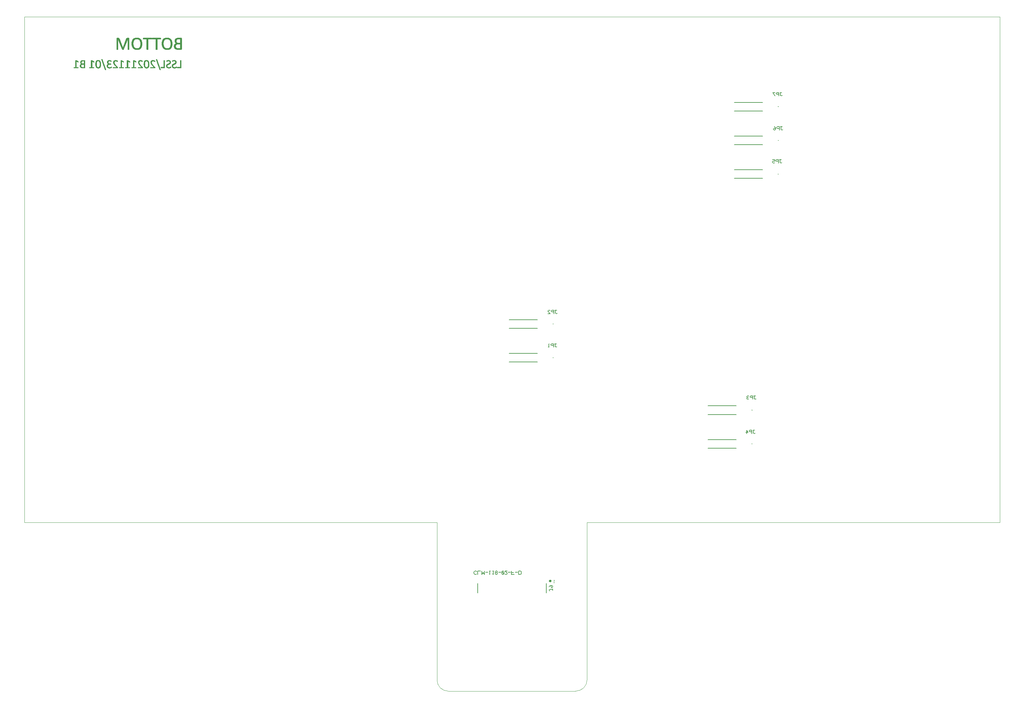
<source format=gbr>
G04 GENERATED BY PULSONIX 11.0 GERBER.DLL 8466*
G04 #@! TF.GenerationSoftware,Pulsonix,Pulsonix,11.0.8467*
G04 #@! TF.CreationDate,2021-12-19T21:00:55+00:00*
G04 #@! TF.Part,Single*
%FSLAX24Y24*%
%LPD*%
%MOIN*%
G04 #@! TF.FileFunction,Legend,Bot*
G04 #@! TF.FilePolarity,Positive*
G04 #@! TA.AperFunction,Profile*
%ADD10C,0.0001*%
G04 #@! TD.AperFunction*
%ADD134C,0.0001*%
G04 #@! TA.AperFunction,Material*
%ADD137C,0.0079*%
G04 #@! TD.AperFunction*
%ADD138C,0.0050*%
G04 #@! TA.AperFunction,Material*
%ADD139C,0.0197*%
G04 #@! TD.AperFunction*
%ADD140C,0.0039*%
G04 #@! TD.AperFunction*
X0Y0D02*
D02*
D10*
X2362Y20079D02*
X45669D01*
Y3544D01*
G75*
G03*
X46831Y2362I1172J-10D01*
G01*
X60217D01*
G75*
G03*
X61418Y3563I0J1201D01*
G01*
Y20079D01*
X104725D01*
Y73229D01*
X2362D01*
Y20079D01*
D02*
D134*
X18383Y67894D02*
Y67882D01*
X18384Y67873D01*
X18386Y67865D01*
X18388Y67859D01*
X18391Y67853D01*
X18395Y67850D01*
X18400Y67848D01*
X18405Y67847D01*
X18766D01*
X18772Y67848D01*
X18779Y67849D01*
X18786Y67852D01*
X18792Y67857D01*
X18799Y67862D01*
X18802Y67870D01*
X18805Y67879D01*
X18806Y67891D01*
Y68646D01*
X18805Y68651D01*
X18803Y68654D01*
X18799Y68658D01*
X18794Y68661D01*
X18787Y68663D01*
X18777Y68664D01*
X18766Y68665D01*
X18751Y68666D01*
X18737Y68665D01*
X18725Y68664D01*
X18716Y68663D01*
X18709Y68661D01*
X18703Y68658D01*
X18699Y68654D01*
X18698Y68651D01*
X18697Y68646D01*
Y67941D01*
X18405D01*
X18400Y67940D01*
X18395Y67938D01*
X18391Y67935D01*
X18388Y67930D01*
X18386Y67923D01*
X18384Y67915D01*
X18383Y67905D01*
Y67894D01*
G36*
X18383Y67894D02*
Y67882D01*
X18384Y67873D01*
X18386Y67865D01*
X18388Y67859D01*
X18391Y67853D01*
X18395Y67850D01*
X18400Y67848D01*
X18405Y67847D01*
X18766D01*
X18772Y67848D01*
X18779Y67849D01*
X18786Y67852D01*
X18792Y67857D01*
X18799Y67862D01*
X18802Y67870D01*
X18805Y67879D01*
X18806Y67891D01*
Y68646D01*
X18805Y68651D01*
X18803Y68654D01*
X18799Y68658D01*
X18794Y68661D01*
X18787Y68663D01*
X18777Y68664D01*
X18766Y68665D01*
X18751Y68666D01*
X18737Y68665D01*
X18725Y68664D01*
X18716Y68663D01*
X18709Y68661D01*
X18703Y68658D01*
X18699Y68654D01*
X18698Y68651D01*
X18697Y68646D01*
Y67941D01*
X18405D01*
X18400Y67940D01*
X18395Y67938D01*
X18391Y67935D01*
X18388Y67930D01*
X18386Y67923D01*
X18384Y67915D01*
X18383Y67905D01*
Y67894D01*
G37*
X17826Y68075D02*
X17827Y68048D01*
X17831Y68022D01*
X17837Y67996D01*
X17847Y67973D01*
X17858Y67952D01*
X17872Y67932D01*
X17888Y67914D01*
X17906Y67897D01*
X17925Y67882D01*
X17947Y67870D01*
X17969Y67859D01*
X17994Y67850D01*
X18020Y67843D01*
X18047Y67839D01*
X18074Y67835D01*
X18103Y67835D01*
X18124Y67835D01*
X18143Y67836D01*
X18161Y67839D01*
X18179Y67842D01*
X18196Y67845D01*
X18212Y67849D01*
X18227Y67854D01*
X18241Y67859D01*
X18254Y67863D01*
X18267Y67869D01*
X18277Y67874D01*
X18287Y67879D01*
X18296Y67884D01*
X18303Y67889D01*
X18309Y67893D01*
X18313Y67897D01*
X18320Y67905D01*
X18323Y67916D01*
X18325Y67922D01*
X18327Y67930D01*
X18327Y67938D01*
Y67948D01*
Y67960D01*
X18326Y67971D01*
X18324Y67978D01*
X18322Y67985D01*
X18320Y67990D01*
X18316Y67993D01*
X18312Y67995D01*
X18307Y67995D01*
X18302Y67995D01*
X18297Y67992D01*
X18290Y67989D01*
X18282Y67985D01*
X18273Y67979D01*
X18263Y67973D01*
X18253Y67968D01*
X18241Y67962D01*
X18227Y67955D01*
X18213Y67949D01*
X18197Y67943D01*
X18180Y67938D01*
X18161Y67933D01*
X18142Y67929D01*
X18120Y67928D01*
X18098Y67927D01*
X18080Y67928D01*
X18064Y67929D01*
X18048Y67932D01*
X18034Y67936D01*
X18019Y67942D01*
X18006Y67948D01*
X17994Y67955D01*
X17983Y67963D01*
X17973Y67972D01*
X17964Y67982D01*
X17957Y67994D01*
X17950Y68006D01*
X17945Y68019D01*
X17942Y68033D01*
X17940Y68048D01*
X17939Y68064D01*
X17940Y68080D01*
X17943Y68095D01*
X17947Y68110D01*
X17954Y68123D01*
X17964Y68135D01*
X17973Y68146D01*
X17984Y68156D01*
X17997Y68166D01*
X18010Y68175D01*
X18024Y68184D01*
X18039Y68192D01*
X18055Y68200D01*
X18089Y68215D01*
X18123Y68231D01*
X18157Y68248D01*
X18190Y68267D01*
X18207Y68278D01*
X18222Y68288D01*
X18236Y68300D01*
X18250Y68313D01*
X18262Y68327D01*
X18273Y68342D01*
X18283Y68358D01*
X18291Y68375D01*
X18298Y68394D01*
X18303Y68414D01*
X18307Y68437D01*
X18307Y68461D01*
X18306Y68485D01*
X18303Y68509D01*
X18297Y68531D01*
X18289Y68551D01*
X18279Y68571D01*
X18267Y68588D01*
X18253Y68604D01*
X18237Y68619D01*
X18220Y68631D01*
X18201Y68643D01*
X18180Y68652D01*
X18158Y68660D01*
X18135Y68667D01*
X18111Y68671D01*
X18086Y68674D01*
X18060Y68674D01*
X18033Y68673D01*
X18005Y68670D01*
X17979Y68664D01*
X17954Y68657D01*
X17930Y68649D01*
X17911Y68640D01*
X17902Y68635D01*
X17895Y68631D01*
X17890Y68627D01*
X17886Y68624D01*
X17881Y68619D01*
X17877Y68614D01*
X17876Y68611D01*
X17874Y68606D01*
X17874Y68600D01*
X17873Y68593D01*
X17872Y68584D01*
Y68574D01*
Y68563D01*
X17873Y68553D01*
X17874Y68545D01*
X17876Y68538D01*
X17878Y68533D01*
X17881Y68530D01*
X17885Y68528D01*
X17889Y68527D01*
X17893Y68528D01*
X17898Y68529D01*
X17904Y68531D01*
X17911Y68535D01*
X17919Y68540D01*
X17927Y68544D01*
X17937Y68550D01*
X17947Y68555D01*
X17958Y68561D01*
X17970Y68566D01*
X17984Y68571D01*
X17998Y68575D01*
X18013Y68579D01*
X18029Y68582D01*
X18046Y68584D01*
X18064Y68584D01*
X18080Y68584D01*
X18096Y68582D01*
X18110Y68579D01*
X18123Y68575D01*
X18135Y68571D01*
X18146Y68564D01*
X18156Y68558D01*
X18164Y68551D01*
X18172Y68543D01*
X18179Y68534D01*
X18184Y68525D01*
X18189Y68515D01*
X18193Y68504D01*
X18195Y68494D01*
X18197Y68482D01*
X18197Y68471D01*
X18197Y68454D01*
X18193Y68439D01*
X18188Y68425D01*
X18181Y68412D01*
X18173Y68400D01*
X18163Y68389D01*
X18152Y68378D01*
X18140Y68368D01*
X18126Y68359D01*
X18112Y68351D01*
X18097Y68342D01*
X18080Y68334D01*
X18012Y68302D01*
X17977Y68285D01*
X17944Y68267D01*
X17927Y68257D01*
X17912Y68246D01*
X17897Y68234D01*
X17884Y68221D01*
X17872Y68208D01*
X17861Y68193D01*
X17851Y68177D01*
X17842Y68160D01*
X17835Y68141D01*
X17830Y68121D01*
X17827Y68099D01*
X17826Y68075D01*
G36*
X17826Y68075D02*
X17827Y68048D01*
X17831Y68022D01*
X17837Y67996D01*
X17847Y67973D01*
X17858Y67952D01*
X17872Y67932D01*
X17888Y67914D01*
X17906Y67897D01*
X17925Y67882D01*
X17947Y67870D01*
X17969Y67859D01*
X17994Y67850D01*
X18020Y67843D01*
X18047Y67839D01*
X18074Y67835D01*
X18103Y67835D01*
X18124Y67835D01*
X18143Y67836D01*
X18161Y67839D01*
X18179Y67842D01*
X18196Y67845D01*
X18212Y67849D01*
X18227Y67854D01*
X18241Y67859D01*
X18254Y67863D01*
X18267Y67869D01*
X18277Y67874D01*
X18287Y67879D01*
X18296Y67884D01*
X18303Y67889D01*
X18309Y67893D01*
X18313Y67897D01*
X18320Y67905D01*
X18323Y67916D01*
X18325Y67922D01*
X18327Y67930D01*
X18327Y67938D01*
Y67948D01*
Y67960D01*
X18326Y67971D01*
X18324Y67978D01*
X18322Y67985D01*
X18320Y67990D01*
X18316Y67993D01*
X18312Y67995D01*
X18307Y67995D01*
X18302Y67995D01*
X18297Y67992D01*
X18290Y67989D01*
X18282Y67985D01*
X18273Y67979D01*
X18263Y67973D01*
X18253Y67968D01*
X18241Y67962D01*
X18227Y67955D01*
X18213Y67949D01*
X18197Y67943D01*
X18180Y67938D01*
X18161Y67933D01*
X18142Y67929D01*
X18120Y67928D01*
X18098Y67927D01*
X18080Y67928D01*
X18064Y67929D01*
X18048Y67932D01*
X18034Y67936D01*
X18019Y67942D01*
X18006Y67948D01*
X17994Y67955D01*
X17983Y67963D01*
X17973Y67972D01*
X17964Y67982D01*
X17957Y67994D01*
X17950Y68006D01*
X17945Y68019D01*
X17942Y68033D01*
X17940Y68048D01*
X17939Y68064D01*
X17940Y68080D01*
X17943Y68095D01*
X17947Y68110D01*
X17954Y68123D01*
X17964Y68135D01*
X17973Y68146D01*
X17984Y68156D01*
X17997Y68166D01*
X18010Y68175D01*
X18024Y68184D01*
X18039Y68192D01*
X18055Y68200D01*
X18089Y68215D01*
X18123Y68231D01*
X18157Y68248D01*
X18190Y68267D01*
X18207Y68278D01*
X18222Y68288D01*
X18236Y68300D01*
X18250Y68313D01*
X18262Y68327D01*
X18273Y68342D01*
X18283Y68358D01*
X18291Y68375D01*
X18298Y68394D01*
X18303Y68414D01*
X18307Y68437D01*
X18307Y68461D01*
X18306Y68485D01*
X18303Y68509D01*
X18297Y68531D01*
X18289Y68551D01*
X18279Y68571D01*
X18267Y68588D01*
X18253Y68604D01*
X18237Y68619D01*
X18220Y68631D01*
X18201Y68643D01*
X18180Y68652D01*
X18158Y68660D01*
X18135Y68667D01*
X18111Y68671D01*
X18086Y68674D01*
X18060Y68674D01*
X18033Y68673D01*
X18005Y68670D01*
X17979Y68664D01*
X17954Y68657D01*
X17930Y68649D01*
X17911Y68640D01*
X17902Y68635D01*
X17895Y68631D01*
X17890Y68627D01*
X17886Y68624D01*
X17881Y68619D01*
X17877Y68614D01*
X17876Y68611D01*
X17874Y68606D01*
X17874Y68600D01*
X17873Y68593D01*
X17872Y68584D01*
Y68574D01*
Y68563D01*
X17873Y68553D01*
X17874Y68545D01*
X17876Y68538D01*
X17878Y68533D01*
X17881Y68530D01*
X17885Y68528D01*
X17889Y68527D01*
X17893Y68528D01*
X17898Y68529D01*
X17904Y68531D01*
X17911Y68535D01*
X17919Y68540D01*
X17927Y68544D01*
X17937Y68550D01*
X17947Y68555D01*
X17958Y68561D01*
X17970Y68566D01*
X17984Y68571D01*
X17998Y68575D01*
X18013Y68579D01*
X18029Y68582D01*
X18046Y68584D01*
X18064Y68584D01*
X18080Y68584D01*
X18096Y68582D01*
X18110Y68579D01*
X18123Y68575D01*
X18135Y68571D01*
X18146Y68564D01*
X18156Y68558D01*
X18164Y68551D01*
X18172Y68543D01*
X18179Y68534D01*
X18184Y68525D01*
X18189Y68515D01*
X18193Y68504D01*
X18195Y68494D01*
X18197Y68482D01*
X18197Y68471D01*
X18197Y68454D01*
X18193Y68439D01*
X18188Y68425D01*
X18181Y68412D01*
X18173Y68400D01*
X18163Y68389D01*
X18152Y68378D01*
X18140Y68368D01*
X18126Y68359D01*
X18112Y68351D01*
X18097Y68342D01*
X18080Y68334D01*
X18012Y68302D01*
X17977Y68285D01*
X17944Y68267D01*
X17927Y68257D01*
X17912Y68246D01*
X17897Y68234D01*
X17884Y68221D01*
X17872Y68208D01*
X17861Y68193D01*
X17851Y68177D01*
X17842Y68160D01*
X17835Y68141D01*
X17830Y68121D01*
X17827Y68099D01*
X17826Y68075D01*
G37*
X17233D02*
X17235Y68048D01*
X17238Y68022D01*
X17245Y67996D01*
X17254Y67973D01*
X17265Y67952D01*
X17279Y67932D01*
X17295Y67914D01*
X17313Y67897D01*
X17332Y67882D01*
X17354Y67870D01*
X17376Y67859D01*
X17401Y67850D01*
X17427Y67843D01*
X17454Y67839D01*
X17481Y67835D01*
X17510Y67835D01*
X17531Y67835D01*
X17550Y67836D01*
X17568Y67839D01*
X17586Y67842D01*
X17603Y67845D01*
X17619Y67849D01*
X17634Y67854D01*
X17648Y67859D01*
X17661Y67863D01*
X17674Y67869D01*
X17684Y67874D01*
X17694Y67879D01*
X17703Y67884D01*
X17710Y67889D01*
X17716Y67893D01*
X17721Y67897D01*
X17727Y67905D01*
X17731Y67916D01*
X17732Y67922D01*
X17734Y67930D01*
X17734Y67938D01*
Y67948D01*
Y67960D01*
X17733Y67971D01*
X17731Y67978D01*
X17729Y67985D01*
X17727Y67990D01*
X17723Y67993D01*
X17719Y67995D01*
X17714Y67995D01*
X17709Y67995D01*
X17704Y67992D01*
X17697Y67989D01*
X17689Y67985D01*
X17681Y67979D01*
X17671Y67973D01*
X17660Y67968D01*
X17648Y67962D01*
X17634Y67955D01*
X17620Y67949D01*
X17604Y67943D01*
X17588Y67938D01*
X17568Y67933D01*
X17549Y67929D01*
X17528Y67928D01*
X17505Y67927D01*
X17488Y67928D01*
X17471Y67929D01*
X17455Y67932D01*
X17441Y67936D01*
X17426Y67942D01*
X17413Y67948D01*
X17401Y67955D01*
X17390Y67963D01*
X17380Y67972D01*
X17371Y67982D01*
X17364Y67994D01*
X17358Y68006D01*
X17352Y68019D01*
X17349Y68033D01*
X17347Y68048D01*
X17346Y68064D01*
X17347Y68080D01*
X17350Y68095D01*
X17355Y68110D01*
X17361Y68123D01*
X17371Y68135D01*
X17380Y68146D01*
X17391Y68156D01*
X17404Y68166D01*
X17417Y68175D01*
X17431Y68184D01*
X17446Y68192D01*
X17462Y68200D01*
X17496Y68215D01*
X17530Y68231D01*
X17564Y68248D01*
X17598Y68267D01*
X17614Y68278D01*
X17629Y68288D01*
X17643Y68300D01*
X17657Y68313D01*
X17669Y68327D01*
X17680Y68342D01*
X17690Y68358D01*
X17698Y68375D01*
X17705Y68394D01*
X17711Y68414D01*
X17714Y68437D01*
X17714Y68461D01*
X17713Y68485D01*
X17710Y68509D01*
X17704Y68531D01*
X17696Y68551D01*
X17686Y68571D01*
X17674Y68588D01*
X17660Y68604D01*
X17644Y68619D01*
X17627Y68631D01*
X17608Y68643D01*
X17588Y68652D01*
X17565Y68660D01*
X17542Y68667D01*
X17518Y68671D01*
X17493Y68674D01*
X17467Y68674D01*
X17440Y68673D01*
X17412Y68670D01*
X17386Y68664D01*
X17361Y68657D01*
X17338Y68649D01*
X17318Y68640D01*
X17309Y68635D01*
X17302Y68631D01*
X17297Y68627D01*
X17293Y68624D01*
X17288Y68619D01*
X17285Y68614D01*
X17283Y68611D01*
X17282Y68606D01*
X17281Y68600D01*
X17280Y68593D01*
X17279Y68584D01*
Y68574D01*
Y68563D01*
X17280Y68553D01*
X17282Y68545D01*
X17283Y68538D01*
X17285Y68533D01*
X17288Y68530D01*
X17292Y68528D01*
X17296Y68527D01*
X17300Y68528D01*
X17305Y68529D01*
X17311Y68531D01*
X17318Y68535D01*
X17326Y68540D01*
X17335Y68544D01*
X17344Y68550D01*
X17355Y68555D01*
X17365Y68561D01*
X17378Y68566D01*
X17391Y68571D01*
X17405Y68575D01*
X17420Y68579D01*
X17436Y68582D01*
X17453Y68584D01*
X17471Y68584D01*
X17488Y68584D01*
X17503Y68582D01*
X17517Y68579D01*
X17530Y68575D01*
X17542Y68571D01*
X17553Y68564D01*
X17563Y68558D01*
X17571Y68551D01*
X17579Y68543D01*
X17586Y68534D01*
X17591Y68525D01*
X17596Y68515D01*
X17600Y68504D01*
X17602Y68494D01*
X17604Y68482D01*
X17604Y68471D01*
X17604Y68454D01*
X17601Y68439D01*
X17595Y68425D01*
X17588Y68412D01*
X17580Y68400D01*
X17571Y68389D01*
X17559Y68378D01*
X17547Y68368D01*
X17533Y68359D01*
X17519Y68351D01*
X17504Y68342D01*
X17487Y68334D01*
X17419Y68302D01*
X17385Y68285D01*
X17351Y68267D01*
X17335Y68257D01*
X17319Y68246D01*
X17305Y68234D01*
X17292Y68221D01*
X17279Y68208D01*
X17268Y68193D01*
X17258Y68177D01*
X17249Y68160D01*
X17242Y68141D01*
X17237Y68121D01*
X17234Y68099D01*
X17233Y68075D01*
G36*
X17233Y68075D02*
X17235Y68048D01*
X17238Y68022D01*
X17245Y67996D01*
X17254Y67973D01*
X17265Y67952D01*
X17279Y67932D01*
X17295Y67914D01*
X17313Y67897D01*
X17332Y67882D01*
X17354Y67870D01*
X17376Y67859D01*
X17401Y67850D01*
X17427Y67843D01*
X17454Y67839D01*
X17481Y67835D01*
X17510Y67835D01*
X17531Y67835D01*
X17550Y67836D01*
X17568Y67839D01*
X17586Y67842D01*
X17603Y67845D01*
X17619Y67849D01*
X17634Y67854D01*
X17648Y67859D01*
X17661Y67863D01*
X17674Y67869D01*
X17684Y67874D01*
X17694Y67879D01*
X17703Y67884D01*
X17710Y67889D01*
X17716Y67893D01*
X17721Y67897D01*
X17727Y67905D01*
X17731Y67916D01*
X17732Y67922D01*
X17734Y67930D01*
X17734Y67938D01*
Y67948D01*
Y67960D01*
X17733Y67971D01*
X17731Y67978D01*
X17729Y67985D01*
X17727Y67990D01*
X17723Y67993D01*
X17719Y67995D01*
X17714Y67995D01*
X17709Y67995D01*
X17704Y67992D01*
X17697Y67989D01*
X17689Y67985D01*
X17681Y67979D01*
X17671Y67973D01*
X17660Y67968D01*
X17648Y67962D01*
X17634Y67955D01*
X17620Y67949D01*
X17604Y67943D01*
X17588Y67938D01*
X17568Y67933D01*
X17549Y67929D01*
X17528Y67928D01*
X17505Y67927D01*
X17488Y67928D01*
X17471Y67929D01*
X17455Y67932D01*
X17441Y67936D01*
X17426Y67942D01*
X17413Y67948D01*
X17401Y67955D01*
X17390Y67963D01*
X17380Y67972D01*
X17371Y67982D01*
X17364Y67994D01*
X17358Y68006D01*
X17352Y68019D01*
X17349Y68033D01*
X17347Y68048D01*
X17346Y68064D01*
X17347Y68080D01*
X17350Y68095D01*
X17355Y68110D01*
X17361Y68123D01*
X17371Y68135D01*
X17380Y68146D01*
X17391Y68156D01*
X17404Y68166D01*
X17417Y68175D01*
X17431Y68184D01*
X17446Y68192D01*
X17462Y68200D01*
X17496Y68215D01*
X17530Y68231D01*
X17564Y68248D01*
X17598Y68267D01*
X17614Y68278D01*
X17629Y68288D01*
X17643Y68300D01*
X17657Y68313D01*
X17669Y68327D01*
X17680Y68342D01*
X17690Y68358D01*
X17698Y68375D01*
X17705Y68394D01*
X17711Y68414D01*
X17714Y68437D01*
X17714Y68461D01*
X17713Y68485D01*
X17710Y68509D01*
X17704Y68531D01*
X17696Y68551D01*
X17686Y68571D01*
X17674Y68588D01*
X17660Y68604D01*
X17644Y68619D01*
X17627Y68631D01*
X17608Y68643D01*
X17588Y68652D01*
X17565Y68660D01*
X17542Y68667D01*
X17518Y68671D01*
X17493Y68674D01*
X17467Y68674D01*
X17440Y68673D01*
X17412Y68670D01*
X17386Y68664D01*
X17361Y68657D01*
X17338Y68649D01*
X17318Y68640D01*
X17309Y68635D01*
X17302Y68631D01*
X17297Y68627D01*
X17293Y68624D01*
X17288Y68619D01*
X17285Y68614D01*
X17283Y68611D01*
X17282Y68606D01*
X17281Y68600D01*
X17280Y68593D01*
X17279Y68584D01*
Y68574D01*
Y68563D01*
X17280Y68553D01*
X17282Y68545D01*
X17283Y68538D01*
X17285Y68533D01*
X17288Y68530D01*
X17292Y68528D01*
X17296Y68527D01*
X17300Y68528D01*
X17305Y68529D01*
X17311Y68531D01*
X17318Y68535D01*
X17326Y68540D01*
X17335Y68544D01*
X17344Y68550D01*
X17355Y68555D01*
X17365Y68561D01*
X17378Y68566D01*
X17391Y68571D01*
X17405Y68575D01*
X17420Y68579D01*
X17436Y68582D01*
X17453Y68584D01*
X17471Y68584D01*
X17488Y68584D01*
X17503Y68582D01*
X17517Y68579D01*
X17530Y68575D01*
X17542Y68571D01*
X17553Y68564D01*
X17563Y68558D01*
X17571Y68551D01*
X17579Y68543D01*
X17586Y68534D01*
X17591Y68525D01*
X17596Y68515D01*
X17600Y68504D01*
X17602Y68494D01*
X17604Y68482D01*
X17604Y68471D01*
X17604Y68454D01*
X17601Y68439D01*
X17595Y68425D01*
X17588Y68412D01*
X17580Y68400D01*
X17571Y68389D01*
X17559Y68378D01*
X17547Y68368D01*
X17533Y68359D01*
X17519Y68351D01*
X17504Y68342D01*
X17487Y68334D01*
X17419Y68302D01*
X17385Y68285D01*
X17351Y68267D01*
X17335Y68257D01*
X17319Y68246D01*
X17305Y68234D01*
X17292Y68221D01*
X17279Y68208D01*
X17268Y68193D01*
X17258Y68177D01*
X17249Y68160D01*
X17242Y68141D01*
X17237Y68121D01*
X17234Y68099D01*
X17233Y68075D01*
G37*
X16655Y67894D02*
Y67882D01*
X16656Y67873D01*
X16658Y67865D01*
X16660Y67859D01*
X16663Y67853D01*
X16667Y67850D01*
X16672Y67848D01*
X16677Y67847D01*
X17038D01*
X17045Y67848D01*
X17052Y67849D01*
X17059Y67852D01*
X17065Y67857D01*
X17071Y67862D01*
X17075Y67870D01*
X17077Y67879D01*
X17078Y67891D01*
Y68646D01*
X17077Y68651D01*
X17075Y68654D01*
X17072Y68658D01*
X17066Y68661D01*
X17059Y68663D01*
X17049Y68664D01*
X17038Y68665D01*
X17023Y68666D01*
X17009Y68665D01*
X16997Y68664D01*
X16988Y68663D01*
X16981Y68661D01*
X16975Y68658D01*
X16972Y68654D01*
X16970Y68651D01*
X16969Y68646D01*
Y67941D01*
X16677D01*
X16672Y67940D01*
X16667Y67938D01*
X16663Y67935D01*
X16660Y67930D01*
X16658Y67923D01*
X16656Y67915D01*
X16655Y67905D01*
Y67894D01*
G36*
X16655Y67894D02*
Y67882D01*
X16656Y67873D01*
X16658Y67865D01*
X16660Y67859D01*
X16663Y67853D01*
X16667Y67850D01*
X16672Y67848D01*
X16677Y67847D01*
X17038D01*
X17045Y67848D01*
X17052Y67849D01*
X17059Y67852D01*
X17065Y67857D01*
X17071Y67862D01*
X17075Y67870D01*
X17077Y67879D01*
X17078Y67891D01*
Y68646D01*
X17077Y68651D01*
X17075Y68654D01*
X17072Y68658D01*
X17066Y68661D01*
X17059Y68663D01*
X17049Y68664D01*
X17038Y68665D01*
X17023Y68666D01*
X17009Y68665D01*
X16997Y68664D01*
X16988Y68663D01*
X16981Y68661D01*
X16975Y68658D01*
X16972Y68654D01*
X16970Y68651D01*
X16969Y68646D01*
Y67941D01*
X16677D01*
X16672Y67940D01*
X16667Y67938D01*
X16663Y67935D01*
X16660Y67930D01*
X16658Y67923D01*
X16656Y67915D01*
X16655Y67905D01*
Y67894D01*
G37*
X16538Y67696D02*
X16541Y67688D01*
X16545Y67682D01*
X16549Y67678D01*
X16555Y67675D01*
X16563Y67673D01*
X16571Y67672D01*
X16581Y67670D01*
X16593D01*
X16607Y67671D01*
X16619Y67672D01*
X16629Y67675D01*
X16636Y67679D01*
X16639Y67683D01*
X16643Y67689D01*
Y67696D01*
X16639Y67703D01*
X16259Y68747D01*
X16256Y68755D01*
X16252Y68761D01*
X16247Y68764D01*
X16242Y68768D01*
X16235Y68770D01*
X16227Y68772D01*
X16216Y68773D01*
X16203D01*
X16190Y68772D01*
X16178Y68770D01*
X16169Y68768D01*
X16162Y68764D01*
X16157Y68761D01*
X16155Y68754D01*
Y68747D01*
X16157Y68740D01*
X16538Y67696D01*
G36*
X16538Y67696D02*
X16541Y67688D01*
X16545Y67682D01*
X16549Y67678D01*
X16555Y67675D01*
X16563Y67673D01*
X16571Y67672D01*
X16581Y67670D01*
X16593D01*
X16607Y67671D01*
X16619Y67672D01*
X16629Y67675D01*
X16636Y67679D01*
X16639Y67683D01*
X16643Y67689D01*
Y67696D01*
X16639Y67703D01*
X16259Y68747D01*
X16256Y68755D01*
X16252Y68761D01*
X16247Y68764D01*
X16242Y68768D01*
X16235Y68770D01*
X16227Y68772D01*
X16216Y68773D01*
X16203D01*
X16190Y68772D01*
X16178Y68770D01*
X16169Y68768D01*
X16162Y68764D01*
X16157Y68761D01*
X16155Y68754D01*
Y68747D01*
X16157Y68740D01*
X16538Y67696D01*
G37*
X15564Y67894D02*
Y67883D01*
X15565Y67873D01*
X15567Y67865D01*
X15570Y67859D01*
X15573Y67853D01*
X15578Y67850D01*
X15582Y67848D01*
X15588Y67847D01*
X16038D01*
X16047Y67848D01*
X16053Y67849D01*
X16060Y67852D01*
X16065Y67856D01*
X16069Y67862D01*
X16072Y67871D01*
X16073Y67882D01*
X16074Y67895D01*
Y67906D01*
X16073Y67916D01*
X16072Y67925D01*
X16069Y67933D01*
X16065Y67940D01*
X16061Y67948D01*
X16055Y67955D01*
X16048Y67963D01*
X15885Y68131D01*
X15858Y68159D01*
X15834Y68185D01*
X15813Y68211D01*
X15794Y68235D01*
X15778Y68257D01*
X15764Y68278D01*
X15752Y68299D01*
X15741Y68318D01*
X15733Y68337D01*
X15726Y68354D01*
X15721Y68371D01*
X15717Y68387D01*
X15713Y68417D01*
X15711Y68445D01*
X15712Y68458D01*
X15714Y68471D01*
X15717Y68484D01*
X15721Y68496D01*
X15725Y68508D01*
X15731Y68519D01*
X15739Y68529D01*
X15747Y68538D01*
X15756Y68548D01*
X15766Y68555D01*
X15777Y68561D01*
X15790Y68567D01*
X15804Y68572D01*
X15818Y68575D01*
X15834Y68577D01*
X15850Y68578D01*
X15869Y68577D01*
X15887Y68575D01*
X15905Y68572D01*
X15921Y68567D01*
X15937Y68562D01*
X15950Y68557D01*
X15964Y68551D01*
X15977Y68544D01*
X15988Y68538D01*
X15998Y68532D01*
X16008Y68527D01*
X16017Y68521D01*
X16024Y68517D01*
X16030Y68513D01*
X16036Y68511D01*
X16040Y68511D01*
X16044Y68511D01*
X16048Y68513D01*
X16051Y68516D01*
X16054Y68521D01*
X16056Y68528D01*
X16057Y68536D01*
X16059Y68547D01*
Y68559D01*
Y68567D01*
X16058Y68575D01*
X16057Y68582D01*
X16056Y68587D01*
X16052Y68597D01*
X16048Y68602D01*
X16042Y68607D01*
X16037Y68611D01*
X16031Y68616D01*
X16024Y68621D01*
X16016Y68626D01*
X16006Y68631D01*
X15995Y68637D01*
X15983Y68643D01*
X15969Y68648D01*
X15940Y68658D01*
X15907Y68667D01*
X15890Y68670D01*
X15873Y68672D01*
X15854Y68674D01*
X15837Y68674D01*
X15807Y68674D01*
X15781Y68670D01*
X15756Y68665D01*
X15733Y68657D01*
X15711Y68648D01*
X15692Y68637D01*
X15674Y68626D01*
X15659Y68612D01*
X15645Y68597D01*
X15634Y68581D01*
X15623Y68563D01*
X15615Y68544D01*
X15609Y68525D01*
X15604Y68504D01*
X15601Y68484D01*
X15601Y68463D01*
X15601Y68443D01*
X15602Y68424D01*
X15604Y68404D01*
X15608Y68384D01*
X15612Y68365D01*
X15618Y68345D01*
X15627Y68323D01*
X15637Y68301D01*
X15649Y68278D01*
X15664Y68254D01*
X15682Y68228D01*
X15701Y68201D01*
X15713Y68187D01*
X15724Y68172D01*
X15737Y68157D01*
X15751Y68142D01*
X15765Y68125D01*
X15781Y68109D01*
X15797Y68092D01*
X15814Y68074D01*
X15944Y67939D01*
X15588D01*
X15583Y67938D01*
X15578Y67936D01*
X15574Y67933D01*
X15571Y67928D01*
X15568Y67922D01*
X15565Y67914D01*
X15564Y67905D01*
Y67894D01*
G36*
X15564Y67894D02*
Y67883D01*
X15565Y67873D01*
X15567Y67865D01*
X15570Y67859D01*
X15573Y67853D01*
X15578Y67850D01*
X15582Y67848D01*
X15588Y67847D01*
X16038D01*
X16047Y67848D01*
X16053Y67849D01*
X16060Y67852D01*
X16065Y67856D01*
X16069Y67862D01*
X16072Y67871D01*
X16073Y67882D01*
X16074Y67895D01*
Y67906D01*
X16073Y67916D01*
X16072Y67925D01*
X16069Y67933D01*
X16065Y67940D01*
X16061Y67948D01*
X16055Y67955D01*
X16048Y67963D01*
X15885Y68131D01*
X15858Y68159D01*
X15834Y68185D01*
X15813Y68211D01*
X15794Y68235D01*
X15778Y68257D01*
X15764Y68278D01*
X15752Y68299D01*
X15741Y68318D01*
X15733Y68337D01*
X15726Y68354D01*
X15721Y68371D01*
X15717Y68387D01*
X15713Y68417D01*
X15711Y68445D01*
X15712Y68458D01*
X15714Y68471D01*
X15717Y68484D01*
X15721Y68496D01*
X15725Y68508D01*
X15731Y68519D01*
X15739Y68529D01*
X15747Y68538D01*
X15756Y68548D01*
X15766Y68555D01*
X15777Y68561D01*
X15790Y68567D01*
X15804Y68572D01*
X15818Y68575D01*
X15834Y68577D01*
X15850Y68578D01*
X15869Y68577D01*
X15887Y68575D01*
X15905Y68572D01*
X15921Y68567D01*
X15937Y68562D01*
X15950Y68557D01*
X15964Y68551D01*
X15977Y68544D01*
X15988Y68538D01*
X15998Y68532D01*
X16008Y68527D01*
X16017Y68521D01*
X16024Y68517D01*
X16030Y68513D01*
X16036Y68511D01*
X16040Y68511D01*
X16044Y68511D01*
X16048Y68513D01*
X16051Y68516D01*
X16054Y68521D01*
X16056Y68528D01*
X16057Y68536D01*
X16059Y68547D01*
Y68559D01*
Y68567D01*
X16058Y68575D01*
X16057Y68582D01*
X16056Y68587D01*
X16052Y68597D01*
X16048Y68602D01*
X16042Y68607D01*
X16037Y68611D01*
X16031Y68616D01*
X16024Y68621D01*
X16016Y68626D01*
X16006Y68631D01*
X15995Y68637D01*
X15983Y68643D01*
X15969Y68648D01*
X15940Y68658D01*
X15907Y68667D01*
X15890Y68670D01*
X15873Y68672D01*
X15854Y68674D01*
X15837Y68674D01*
X15807Y68674D01*
X15781Y68670D01*
X15756Y68665D01*
X15733Y68657D01*
X15711Y68648D01*
X15692Y68637D01*
X15674Y68626D01*
X15659Y68612D01*
X15645Y68597D01*
X15634Y68581D01*
X15623Y68563D01*
X15615Y68544D01*
X15609Y68525D01*
X15604Y68504D01*
X15601Y68484D01*
X15601Y68463D01*
X15601Y68443D01*
X15602Y68424D01*
X15604Y68404D01*
X15608Y68384D01*
X15612Y68365D01*
X15618Y68345D01*
X15627Y68323D01*
X15637Y68301D01*
X15649Y68278D01*
X15664Y68254D01*
X15682Y68228D01*
X15701Y68201D01*
X15713Y68187D01*
X15724Y68172D01*
X15737Y68157D01*
X15751Y68142D01*
X15765Y68125D01*
X15781Y68109D01*
X15797Y68092D01*
X15814Y68074D01*
X15944Y67939D01*
X15588D01*
X15583Y67938D01*
X15578Y67936D01*
X15574Y67933D01*
X15571Y67928D01*
X15568Y67922D01*
X15565Y67914D01*
X15564Y67905D01*
Y67894D01*
G37*
X14883Y68256D02*
X14884Y68211D01*
X14887Y68167D01*
X14892Y68125D01*
X14898Y68085D01*
X14906Y68048D01*
X14918Y68013D01*
X14931Y67981D01*
X14947Y67952D01*
X14956Y67938D01*
X14965Y67925D01*
X14975Y67913D01*
X14987Y67902D01*
X14999Y67892D01*
X15011Y67882D01*
X15023Y67873D01*
X15037Y67865D01*
X15051Y67858D01*
X15066Y67852D01*
X15082Y67846D01*
X15098Y67842D01*
X15116Y67839D01*
X15135Y67836D01*
X15154Y67835D01*
X15174Y67835D01*
X15192Y67835D01*
X15211Y67836D01*
X15228Y67839D01*
X15245Y67842D01*
X15260Y67845D01*
X15275Y67850D01*
X15289Y67855D01*
X15303Y67862D01*
X15316Y67869D01*
X15328Y67878D01*
X15339Y67886D01*
X15351Y67896D01*
X15361Y67906D01*
X15370Y67918D01*
X15379Y67930D01*
X15388Y67943D01*
X15395Y67956D01*
X15402Y67971D01*
X15409Y67986D01*
X15415Y68002D01*
X15421Y68019D01*
X15425Y68036D01*
X15433Y68074D01*
X15439Y68115D01*
X15444Y68158D01*
X15446Y68204D01*
X15447Y68252D01*
X15446Y68298D01*
X15443Y68342D01*
X15438Y68384D01*
X15431Y68424D01*
X15423Y68461D01*
X15411Y68496D01*
X15398Y68528D01*
X15382Y68558D01*
X15374Y68571D01*
X15365Y68584D01*
X15354Y68596D01*
X15343Y68607D01*
X15331Y68617D01*
X15319Y68627D01*
X15307Y68636D01*
X15293Y68644D01*
X15279Y68651D01*
X15264Y68657D01*
X15248Y68662D01*
X15231Y68667D01*
X15214Y68670D01*
X15196Y68672D01*
X15177Y68674D01*
X15157Y68674D01*
X15138Y68674D01*
X15120Y68673D01*
X15102Y68671D01*
X15086Y68667D01*
X15070Y68664D01*
X15055Y68659D01*
X15041Y68654D01*
X15027Y68647D01*
X15014Y68640D01*
X15002Y68631D01*
X14991Y68623D01*
X14979Y68613D01*
X14969Y68602D01*
X14959Y68591D01*
X14951Y68579D01*
X14942Y68566D01*
X14928Y68538D01*
X14915Y68507D01*
X14909Y68490D01*
X14905Y68472D01*
X14900Y68454D01*
X14897Y68435D01*
X14891Y68394D01*
X14886Y68351D01*
X14884Y68305D01*
X14883Y68256D01*
X14994Y68249D02*
Y68278D01*
X14995Y68307D01*
X14996Y68333D01*
X14999Y68358D01*
X15001Y68382D01*
X15004Y68404D01*
X15007Y68424D01*
X15012Y68444D01*
X15015Y68462D01*
X15021Y68478D01*
X15027Y68494D01*
X15033Y68508D01*
X15040Y68521D01*
X15048Y68532D01*
X15057Y68543D01*
X15065Y68552D01*
X15075Y68560D01*
X15086Y68567D01*
X15097Y68573D01*
X15109Y68577D01*
X15122Y68581D01*
X15135Y68583D01*
X15148Y68584D01*
X15163Y68585D01*
X15176Y68584D01*
X15189Y68584D01*
X15201Y68581D01*
X15212Y68579D01*
X15222Y68575D01*
X15232Y68571D01*
X15241Y68566D01*
X15251Y68560D01*
X15266Y68546D01*
X15280Y68530D01*
X15292Y68511D01*
X15303Y68491D01*
X15311Y68468D01*
X15319Y68443D01*
X15325Y68416D01*
X15329Y68388D01*
X15332Y68357D01*
X15335Y68326D01*
X15335Y68294D01*
X15336Y68260D01*
Y68238D01*
X15335Y68216D01*
X15335Y68195D01*
X15334Y68175D01*
X15332Y68157D01*
X15331Y68138D01*
X15329Y68122D01*
X15327Y68105D01*
X15321Y68075D01*
X15315Y68047D01*
X15306Y68022D01*
X15297Y68001D01*
X15286Y67982D01*
X15273Y67966D01*
X15260Y67952D01*
X15245Y67942D01*
X15228Y67934D01*
X15209Y67929D01*
X15189Y67925D01*
X15167Y67924D01*
X15150Y67925D01*
X15134Y67927D01*
X15119Y67930D01*
X15105Y67935D01*
X15092Y67942D01*
X15080Y67949D01*
X15069Y67958D01*
X15059Y67968D01*
X15050Y67978D01*
X15042Y67991D01*
X15034Y68004D01*
X15027Y68018D01*
X15022Y68033D01*
X15016Y68049D01*
X15011Y68066D01*
X15007Y68084D01*
X15001Y68122D01*
X14999Y68141D01*
X14997Y68161D01*
X14995Y68205D01*
X14994Y68249D01*
X14883Y68255D02*
G36*
X14883Y68255D02*
X14884Y68211D01*
X14887Y68167D01*
X14892Y68125D01*
X14898Y68085D01*
X14906Y68048D01*
X14918Y68013D01*
X14931Y67981D01*
X14947Y67952D01*
X14956Y67938D01*
X14965Y67925D01*
X14975Y67913D01*
X14987Y67902D01*
X14999Y67892D01*
X15011Y67882D01*
X15023Y67873D01*
X15037Y67865D01*
X15051Y67858D01*
X15066Y67852D01*
X15082Y67846D01*
X15098Y67842D01*
X15116Y67839D01*
X15135Y67836D01*
X15154Y67835D01*
X15174Y67835D01*
X15192Y67835D01*
X15211Y67836D01*
X15228Y67839D01*
X15245Y67842D01*
X15260Y67845D01*
X15275Y67850D01*
X15289Y67855D01*
X15303Y67862D01*
X15316Y67869D01*
X15328Y67878D01*
X15339Y67886D01*
X15351Y67896D01*
X15361Y67906D01*
X15370Y67918D01*
X15379Y67930D01*
X15388Y67943D01*
X15395Y67956D01*
X15402Y67971D01*
X15409Y67986D01*
X15415Y68002D01*
X15421Y68019D01*
X15425Y68036D01*
X15433Y68074D01*
X15439Y68115D01*
X15444Y68158D01*
X15446Y68204D01*
X15447Y68252D01*
X15447Y68255D01*
X15336D01*
Y68238D01*
X15335Y68216D01*
X15335Y68195D01*
X15334Y68175D01*
X15332Y68157D01*
X15331Y68138D01*
X15329Y68122D01*
X15327Y68105D01*
X15321Y68075D01*
X15315Y68047D01*
X15306Y68022D01*
X15297Y68001D01*
X15286Y67982D01*
X15273Y67966D01*
X15260Y67952D01*
X15245Y67942D01*
X15228Y67934D01*
X15209Y67929D01*
X15189Y67925D01*
X15167Y67924D01*
X15150Y67925D01*
X15134Y67927D01*
X15119Y67930D01*
X15105Y67935D01*
X15092Y67942D01*
X15080Y67949D01*
X15069Y67958D01*
X15059Y67968D01*
X15050Y67978D01*
X15042Y67991D01*
X15034Y68004D01*
X15027Y68018D01*
X15022Y68033D01*
X15016Y68049D01*
X15011Y68066D01*
X15007Y68084D01*
X15001Y68122D01*
X14999Y68141D01*
X14997Y68161D01*
X14995Y68205D01*
X14994Y68249D01*
Y68255D01*
X14883D01*
G37*
X14883Y68256D02*
G36*
X14883Y68256D02*
X14883Y68255D01*
X14994D01*
Y68278D01*
X14995Y68307D01*
X14996Y68333D01*
X14999Y68358D01*
X15001Y68382D01*
X15004Y68404D01*
X15007Y68424D01*
X15012Y68444D01*
X15015Y68462D01*
X15021Y68478D01*
X15027Y68494D01*
X15033Y68508D01*
X15040Y68521D01*
X15048Y68532D01*
X15057Y68543D01*
X15065Y68552D01*
X15075Y68560D01*
X15086Y68567D01*
X15097Y68573D01*
X15109Y68577D01*
X15122Y68581D01*
X15135Y68583D01*
X15148Y68584D01*
X15163Y68585D01*
X15176Y68584D01*
X15189Y68584D01*
X15201Y68581D01*
X15212Y68579D01*
X15222Y68575D01*
X15232Y68571D01*
X15241Y68566D01*
X15251Y68560D01*
X15266Y68546D01*
X15280Y68530D01*
X15292Y68511D01*
X15303Y68491D01*
X15311Y68468D01*
X15319Y68443D01*
X15325Y68416D01*
X15329Y68388D01*
X15332Y68357D01*
X15335Y68326D01*
X15335Y68294D01*
X15336Y68260D01*
Y68255D01*
X15447D01*
X15446Y68298D01*
X15443Y68342D01*
X15438Y68384D01*
X15431Y68424D01*
X15423Y68461D01*
X15411Y68496D01*
X15398Y68528D01*
X15382Y68558D01*
X15374Y68571D01*
X15365Y68584D01*
X15354Y68596D01*
X15343Y68607D01*
X15331Y68617D01*
X15319Y68627D01*
X15307Y68636D01*
X15293Y68644D01*
X15279Y68651D01*
X15264Y68657D01*
X15248Y68662D01*
X15231Y68667D01*
X15214Y68670D01*
X15196Y68672D01*
X15177Y68674D01*
X15157Y68674D01*
X15138Y68674D01*
X15120Y68673D01*
X15102Y68671D01*
X15086Y68667D01*
X15070Y68664D01*
X15055Y68659D01*
X15041Y68654D01*
X15027Y68647D01*
X15014Y68640D01*
X15002Y68631D01*
X14991Y68623D01*
X14979Y68613D01*
X14969Y68602D01*
X14959Y68591D01*
X14951Y68579D01*
X14942Y68566D01*
X14928Y68538D01*
X14915Y68507D01*
X14909Y68490D01*
X14905Y68472D01*
X14900Y68454D01*
X14897Y68435D01*
X14891Y68394D01*
X14886Y68351D01*
X14884Y68305D01*
X14883Y68256D01*
G37*
X14256Y67894D02*
Y67883D01*
X14258Y67873D01*
X14260Y67865D01*
X14263Y67859D01*
X14266Y67853D01*
X14270Y67850D01*
X14275Y67848D01*
X14280Y67847D01*
X14731D01*
X14739Y67848D01*
X14746Y67849D01*
X14752Y67852D01*
X14758Y67856D01*
X14762Y67862D01*
X14765Y67871D01*
X14766Y67882D01*
X14767Y67895D01*
Y67906D01*
X14766Y67916D01*
X14765Y67925D01*
X14762Y67933D01*
X14758Y67940D01*
X14754Y67948D01*
X14748Y67955D01*
X14741Y67963D01*
X14578Y68131D01*
X14551Y68159D01*
X14527Y68185D01*
X14506Y68211D01*
X14487Y68235D01*
X14471Y68257D01*
X14456Y68278D01*
X14445Y68299D01*
X14434Y68318D01*
X14426Y68337D01*
X14419Y68354D01*
X14413Y68371D01*
X14410Y68387D01*
X14406Y68417D01*
X14404Y68445D01*
X14405Y68458D01*
X14406Y68471D01*
X14409Y68484D01*
X14413Y68496D01*
X14418Y68508D01*
X14424Y68519D01*
X14432Y68529D01*
X14439Y68538D01*
X14449Y68548D01*
X14459Y68555D01*
X14470Y68561D01*
X14483Y68567D01*
X14496Y68572D01*
X14511Y68575D01*
X14526Y68577D01*
X14543Y68578D01*
X14562Y68577D01*
X14580Y68575D01*
X14598Y68572D01*
X14614Y68567D01*
X14629Y68562D01*
X14643Y68557D01*
X14657Y68551D01*
X14669Y68544D01*
X14681Y68538D01*
X14691Y68532D01*
X14701Y68527D01*
X14709Y68521D01*
X14716Y68517D01*
X14723Y68513D01*
X14729Y68511D01*
X14732Y68511D01*
X14737Y68511D01*
X14741Y68513D01*
X14744Y68516D01*
X14747Y68521D01*
X14749Y68528D01*
X14750Y68536D01*
X14752Y68547D01*
Y68559D01*
Y68567D01*
X14751Y68575D01*
X14750Y68582D01*
X14749Y68587D01*
X14745Y68597D01*
X14741Y68602D01*
X14735Y68607D01*
X14730Y68611D01*
X14724Y68616D01*
X14717Y68621D01*
X14709Y68626D01*
X14699Y68631D01*
X14688Y68637D01*
X14676Y68643D01*
X14662Y68648D01*
X14632Y68658D01*
X14600Y68667D01*
X14583Y68670D01*
X14566Y68672D01*
X14547Y68674D01*
X14529Y68674D01*
X14500Y68674D01*
X14473Y68670D01*
X14449Y68665D01*
X14426Y68657D01*
X14404Y68648D01*
X14385Y68637D01*
X14367Y68626D01*
X14352Y68612D01*
X14338Y68597D01*
X14326Y68581D01*
X14316Y68563D01*
X14308Y68544D01*
X14302Y68525D01*
X14297Y68504D01*
X14294Y68484D01*
X14293Y68463D01*
X14294Y68443D01*
X14295Y68424D01*
X14297Y68404D01*
X14300Y68384D01*
X14305Y68365D01*
X14311Y68345D01*
X14320Y68323D01*
X14330Y68301D01*
X14342Y68278D01*
X14357Y68254D01*
X14375Y68228D01*
X14394Y68201D01*
X14406Y68187D01*
X14417Y68172D01*
X14430Y68157D01*
X14443Y68142D01*
X14458Y68125D01*
X14473Y68109D01*
X14489Y68092D01*
X14507Y68074D01*
X14636Y67939D01*
X14281D01*
X14276Y67938D01*
X14271Y67936D01*
X14266Y67933D01*
X14263Y67928D01*
X14260Y67922D01*
X14258Y67914D01*
X14256Y67905D01*
Y67894D01*
G36*
X14256Y67894D02*
Y67883D01*
X14258Y67873D01*
X14260Y67865D01*
X14263Y67859D01*
X14266Y67853D01*
X14270Y67850D01*
X14275Y67848D01*
X14280Y67847D01*
X14731D01*
X14739Y67848D01*
X14746Y67849D01*
X14752Y67852D01*
X14758Y67856D01*
X14762Y67862D01*
X14765Y67871D01*
X14766Y67882D01*
X14767Y67895D01*
Y67906D01*
X14766Y67916D01*
X14765Y67925D01*
X14762Y67933D01*
X14758Y67940D01*
X14754Y67948D01*
X14748Y67955D01*
X14741Y67963D01*
X14578Y68131D01*
X14551Y68159D01*
X14527Y68185D01*
X14506Y68211D01*
X14487Y68235D01*
X14471Y68257D01*
X14456Y68278D01*
X14445Y68299D01*
X14434Y68318D01*
X14426Y68337D01*
X14419Y68354D01*
X14413Y68371D01*
X14410Y68387D01*
X14406Y68417D01*
X14404Y68445D01*
X14405Y68458D01*
X14406Y68471D01*
X14409Y68484D01*
X14413Y68496D01*
X14418Y68508D01*
X14424Y68519D01*
X14432Y68529D01*
X14439Y68538D01*
X14449Y68548D01*
X14459Y68555D01*
X14470Y68561D01*
X14483Y68567D01*
X14496Y68572D01*
X14511Y68575D01*
X14526Y68577D01*
X14543Y68578D01*
X14562Y68577D01*
X14580Y68575D01*
X14598Y68572D01*
X14614Y68567D01*
X14629Y68562D01*
X14643Y68557D01*
X14657Y68551D01*
X14669Y68544D01*
X14681Y68538D01*
X14691Y68532D01*
X14701Y68527D01*
X14709Y68521D01*
X14716Y68517D01*
X14723Y68513D01*
X14729Y68511D01*
X14732Y68511D01*
X14737Y68511D01*
X14741Y68513D01*
X14744Y68516D01*
X14747Y68521D01*
X14749Y68528D01*
X14750Y68536D01*
X14752Y68547D01*
Y68559D01*
Y68567D01*
X14751Y68575D01*
X14750Y68582D01*
X14749Y68587D01*
X14745Y68597D01*
X14741Y68602D01*
X14735Y68607D01*
X14730Y68611D01*
X14724Y68616D01*
X14717Y68621D01*
X14709Y68626D01*
X14699Y68631D01*
X14688Y68637D01*
X14676Y68643D01*
X14662Y68648D01*
X14632Y68658D01*
X14600Y68667D01*
X14583Y68670D01*
X14566Y68672D01*
X14547Y68674D01*
X14529Y68674D01*
X14500Y68674D01*
X14473Y68670D01*
X14449Y68665D01*
X14426Y68657D01*
X14404Y68648D01*
X14385Y68637D01*
X14367Y68626D01*
X14352Y68612D01*
X14338Y68597D01*
X14326Y68581D01*
X14316Y68563D01*
X14308Y68544D01*
X14302Y68525D01*
X14297Y68504D01*
X14294Y68484D01*
X14293Y68463D01*
X14294Y68443D01*
X14295Y68424D01*
X14297Y68404D01*
X14300Y68384D01*
X14305Y68365D01*
X14311Y68345D01*
X14320Y68323D01*
X14330Y68301D01*
X14342Y68278D01*
X14357Y68254D01*
X14375Y68228D01*
X14394Y68201D01*
X14406Y68187D01*
X14417Y68172D01*
X14430Y68157D01*
X14443Y68142D01*
X14458Y68125D01*
X14473Y68109D01*
X14489Y68092D01*
X14507Y68074D01*
X14636Y67939D01*
X14281D01*
X14276Y67938D01*
X14271Y67936D01*
X14266Y67933D01*
X14263Y67928D01*
X14260Y67922D01*
X14258Y67914D01*
X14256Y67905D01*
Y67894D01*
G37*
X13601Y67890D02*
X13602Y67879D01*
X13603Y67869D01*
X13605Y67862D01*
X13608Y67856D01*
X13611Y67852D01*
X13615Y67849D01*
X13620Y67848D01*
X13624Y67847D01*
X14050D01*
X14054Y67848D01*
X14058Y67849D01*
X14062Y67852D01*
X14066Y67856D01*
X14069Y67862D01*
X14071Y67869D01*
X14072Y67879D01*
X14073Y67890D01*
X14072Y67900D01*
X14071Y67909D01*
X14069Y67917D01*
X14066Y67923D01*
X14063Y67928D01*
X14059Y67931D01*
X14055Y67933D01*
X14050Y67934D01*
X13880D01*
Y68554D01*
X14037Y68461D01*
X14048Y68455D01*
X14057Y68453D01*
X14063D01*
X14068Y68456D01*
X14072Y68461D01*
X14074Y68469D01*
X14075Y68480D01*
X14076Y68493D01*
Y68503D01*
X14075Y68511D01*
X14073Y68518D01*
X14072Y68524D01*
X14070Y68529D01*
X14067Y68533D01*
X14063Y68537D01*
X14057Y68541D01*
X13870Y68661D01*
X13864Y68664D01*
X13859Y68665D01*
X13854Y68666D01*
X13847Y68667D01*
X13840Y68668D01*
X13832D01*
X13822D01*
X13808Y68667D01*
X13797Y68667D01*
X13787Y68665D01*
X13780Y68664D01*
X13776Y68661D01*
X13773Y68657D01*
X13772Y68654D01*
X13771Y68651D01*
Y67934D01*
X13624D01*
X13619Y67933D01*
X13614Y67931D01*
X13611Y67928D01*
X13607Y67923D01*
X13604Y67917D01*
X13603Y67909D01*
X13601Y67900D01*
Y67890D01*
G36*
X13601Y67890D02*
X13602Y67879D01*
X13603Y67869D01*
X13605Y67862D01*
X13608Y67856D01*
X13611Y67852D01*
X13615Y67849D01*
X13620Y67848D01*
X13624Y67847D01*
X14050D01*
X14054Y67848D01*
X14058Y67849D01*
X14062Y67852D01*
X14066Y67856D01*
X14069Y67862D01*
X14071Y67869D01*
X14072Y67879D01*
X14073Y67890D01*
X14072Y67900D01*
X14071Y67909D01*
X14069Y67917D01*
X14066Y67923D01*
X14063Y67928D01*
X14059Y67931D01*
X14055Y67933D01*
X14050Y67934D01*
X13880D01*
Y68554D01*
X14037Y68461D01*
X14048Y68455D01*
X14057Y68453D01*
X14063D01*
X14068Y68456D01*
X14072Y68461D01*
X14074Y68469D01*
X14075Y68480D01*
X14076Y68493D01*
Y68503D01*
X14075Y68511D01*
X14073Y68518D01*
X14072Y68524D01*
X14070Y68529D01*
X14067Y68533D01*
X14063Y68537D01*
X14057Y68541D01*
X13870Y68661D01*
X13864Y68664D01*
X13859Y68665D01*
X13854Y68666D01*
X13847Y68667D01*
X13840Y68668D01*
X13832D01*
X13822D01*
X13808Y68667D01*
X13797Y68667D01*
X13787Y68665D01*
X13780Y68664D01*
X13776Y68661D01*
X13773Y68657D01*
X13772Y68654D01*
X13771Y68651D01*
Y67934D01*
X13624D01*
X13619Y67933D01*
X13614Y67931D01*
X13611Y67928D01*
X13607Y67923D01*
X13604Y67917D01*
X13603Y67909D01*
X13601Y67900D01*
Y67890D01*
G37*
X12948D02*
X12948Y67879D01*
X12949Y67869D01*
X12952Y67862D01*
X12955Y67856D01*
X12958Y67852D01*
X12962Y67849D01*
X12966Y67848D01*
X12970Y67847D01*
X13396D01*
X13401Y67848D01*
X13404Y67849D01*
X13408Y67852D01*
X13412Y67856D01*
X13415Y67862D01*
X13418Y67869D01*
X13418Y67879D01*
X13419Y67890D01*
X13418Y67900D01*
X13418Y67909D01*
X13415Y67917D01*
X13412Y67923D01*
X13409Y67928D01*
X13405Y67931D01*
X13401Y67933D01*
X13396Y67934D01*
X13226D01*
Y68554D01*
X13384Y68461D01*
X13394Y68455D01*
X13403Y68453D01*
X13409D01*
X13414Y68456D01*
X13418Y68461D01*
X13421Y68469D01*
X13421Y68480D01*
X13422Y68493D01*
Y68503D01*
X13421Y68511D01*
X13420Y68518D01*
X13418Y68524D01*
X13416Y68529D01*
X13413Y68533D01*
X13409Y68537D01*
X13404Y68541D01*
X13216Y68661D01*
X13210Y68664D01*
X13205Y68665D01*
X13200Y68666D01*
X13194Y68667D01*
X13187Y68668D01*
X13178D01*
X13168D01*
X13155Y68667D01*
X13143Y68667D01*
X13134Y68665D01*
X13127Y68664D01*
X13122Y68661D01*
X13119Y68657D01*
X13118Y68654D01*
X13118Y68651D01*
Y67934D01*
X12970D01*
X12965Y67933D01*
X12961Y67931D01*
X12957Y67928D01*
X12954Y67923D01*
X12951Y67917D01*
X12949Y67909D01*
X12948Y67900D01*
Y67890D01*
G36*
X12948Y67890D02*
X12948Y67879D01*
X12949Y67869D01*
X12952Y67862D01*
X12955Y67856D01*
X12958Y67852D01*
X12962Y67849D01*
X12966Y67848D01*
X12970Y67847D01*
X13396D01*
X13401Y67848D01*
X13404Y67849D01*
X13408Y67852D01*
X13412Y67856D01*
X13415Y67862D01*
X13418Y67869D01*
X13418Y67879D01*
X13419Y67890D01*
X13418Y67900D01*
X13418Y67909D01*
X13415Y67917D01*
X13412Y67923D01*
X13409Y67928D01*
X13405Y67931D01*
X13401Y67933D01*
X13396Y67934D01*
X13226D01*
Y68554D01*
X13384Y68461D01*
X13394Y68455D01*
X13403Y68453D01*
X13409D01*
X13414Y68456D01*
X13418Y68461D01*
X13421Y68469D01*
X13421Y68480D01*
X13422Y68493D01*
Y68503D01*
X13421Y68511D01*
X13420Y68518D01*
X13418Y68524D01*
X13416Y68529D01*
X13413Y68533D01*
X13409Y68537D01*
X13404Y68541D01*
X13216Y68661D01*
X13210Y68664D01*
X13205Y68665D01*
X13200Y68666D01*
X13194Y68667D01*
X13187Y68668D01*
X13178D01*
X13168D01*
X13155Y68667D01*
X13143Y68667D01*
X13134Y68665D01*
X13127Y68664D01*
X13122Y68661D01*
X13119Y68657D01*
X13118Y68654D01*
X13118Y68651D01*
Y67934D01*
X12970D01*
X12965Y67933D01*
X12961Y67931D01*
X12957Y67928D01*
X12954Y67923D01*
X12951Y67917D01*
X12949Y67909D01*
X12948Y67900D01*
Y67890D01*
G37*
X12294D02*
X12295Y67879D01*
X12296Y67869D01*
X12298Y67862D01*
X12301Y67856D01*
X12304Y67852D01*
X12308Y67849D01*
X12313Y67848D01*
X12316Y67847D01*
X12742D01*
X12747Y67848D01*
X12751Y67849D01*
X12755Y67852D01*
X12759Y67856D01*
X12762Y67862D01*
X12764Y67869D01*
X12765Y67879D01*
X12765Y67890D01*
X12765Y67900D01*
X12764Y67909D01*
X12762Y67917D01*
X12759Y67923D01*
X12755Y67928D01*
X12752Y67931D01*
X12748Y67933D01*
X12742Y67934D01*
X12572D01*
Y68554D01*
X12730Y68461D01*
X12741Y68455D01*
X12749Y68453D01*
X12755D01*
X12761Y68456D01*
X12765Y68461D01*
X12767Y68469D01*
X12768Y68480D01*
X12769Y68493D01*
Y68503D01*
X12768Y68511D01*
X12766Y68518D01*
X12765Y68524D01*
X12762Y68529D01*
X12759Y68533D01*
X12755Y68537D01*
X12750Y68541D01*
X12562Y68661D01*
X12556Y68664D01*
X12552Y68665D01*
X12546Y68666D01*
X12540Y68667D01*
X12533Y68668D01*
X12525D01*
X12515D01*
X12501Y68667D01*
X12489Y68667D01*
X12480Y68665D01*
X12473Y68664D01*
X12469Y68661D01*
X12466Y68657D01*
X12465Y68654D01*
X12464Y68651D01*
Y67934D01*
X12316D01*
X12312Y67933D01*
X12307Y67931D01*
X12303Y67928D01*
X12300Y67923D01*
X12297Y67917D01*
X12296Y67909D01*
X12294Y67900D01*
Y67890D01*
G36*
X12294Y67890D02*
X12295Y67879D01*
X12296Y67869D01*
X12298Y67862D01*
X12301Y67856D01*
X12304Y67852D01*
X12308Y67849D01*
X12313Y67848D01*
X12316Y67847D01*
X12742D01*
X12747Y67848D01*
X12751Y67849D01*
X12755Y67852D01*
X12759Y67856D01*
X12762Y67862D01*
X12764Y67869D01*
X12765Y67879D01*
X12765Y67890D01*
X12765Y67900D01*
X12764Y67909D01*
X12762Y67917D01*
X12759Y67923D01*
X12755Y67928D01*
X12752Y67931D01*
X12748Y67933D01*
X12742Y67934D01*
X12572D01*
Y68554D01*
X12730Y68461D01*
X12741Y68455D01*
X12749Y68453D01*
X12755D01*
X12761Y68456D01*
X12765Y68461D01*
X12767Y68469D01*
X12768Y68480D01*
X12769Y68493D01*
Y68503D01*
X12768Y68511D01*
X12766Y68518D01*
X12765Y68524D01*
X12762Y68529D01*
X12759Y68533D01*
X12755Y68537D01*
X12750Y68541D01*
X12562Y68661D01*
X12556Y68664D01*
X12552Y68665D01*
X12546Y68666D01*
X12540Y68667D01*
X12533Y68668D01*
X12525D01*
X12515D01*
X12501Y68667D01*
X12489Y68667D01*
X12480Y68665D01*
X12473Y68664D01*
X12469Y68661D01*
X12466Y68657D01*
X12465Y68654D01*
X12464Y68651D01*
Y67934D01*
X12316D01*
X12312Y67933D01*
X12307Y67931D01*
X12303Y67928D01*
X12300Y67923D01*
X12297Y67917D01*
X12296Y67909D01*
X12294Y67900D01*
Y67890D01*
G37*
X11642Y67894D02*
Y67883D01*
X11644Y67873D01*
X11645Y67865D01*
X11648Y67859D01*
X11651Y67853D01*
X11656Y67850D01*
X11661Y67848D01*
X11666Y67847D01*
X12116D01*
X12125Y67848D01*
X12132Y67849D01*
X12138Y67852D01*
X12143Y67856D01*
X12147Y67862D01*
X12150Y67871D01*
X12152Y67882D01*
X12153Y67895D01*
Y67906D01*
X12152Y67916D01*
X12150Y67925D01*
X12147Y67933D01*
X12143Y67940D01*
X12140Y67948D01*
X12133Y67955D01*
X12126Y67963D01*
X11963Y68131D01*
X11937Y68159D01*
X11913Y68185D01*
X11891Y68211D01*
X11873Y68235D01*
X11857Y68257D01*
X11842Y68278D01*
X11830Y68299D01*
X11820Y68318D01*
X11811Y68337D01*
X11804Y68354D01*
X11799Y68371D01*
X11796Y68387D01*
X11791Y68417D01*
X11790Y68445D01*
X11790Y68458D01*
X11792Y68471D01*
X11795Y68484D01*
X11799Y68496D01*
X11804Y68508D01*
X11810Y68519D01*
X11817Y68529D01*
X11825Y68538D01*
X11834Y68548D01*
X11844Y68555D01*
X11856Y68561D01*
X11868Y68567D01*
X11882Y68572D01*
X11897Y68575D01*
X11912Y68577D01*
X11928Y68578D01*
X11947Y68577D01*
X11966Y68575D01*
X11983Y68572D01*
X12000Y68567D01*
X12015Y68562D01*
X12029Y68557D01*
X12043Y68551D01*
X12055Y68544D01*
X12067Y68538D01*
X12077Y68532D01*
X12087Y68527D01*
X12095Y68521D01*
X12102Y68517D01*
X12109Y68513D01*
X12114Y68511D01*
X12118Y68511D01*
X12123Y68511D01*
X12126Y68513D01*
X12130Y68516D01*
X12133Y68521D01*
X12134Y68528D01*
X12136Y68536D01*
X12137Y68547D01*
Y68559D01*
Y68567D01*
X12136Y68575D01*
X12136Y68582D01*
X12134Y68587D01*
X12130Y68597D01*
X12126Y68602D01*
X12120Y68607D01*
X12116Y68611D01*
X12110Y68616D01*
X12103Y68621D01*
X12094Y68626D01*
X12084Y68631D01*
X12073Y68637D01*
X12061Y68643D01*
X12047Y68648D01*
X12018Y68658D01*
X11986Y68667D01*
X11969Y68670D01*
X11951Y68672D01*
X11933Y68674D01*
X11915Y68674D01*
X11886Y68674D01*
X11859Y68670D01*
X11834Y68665D01*
X11811Y68657D01*
X11790Y68648D01*
X11770Y68637D01*
X11753Y68626D01*
X11737Y68612D01*
X11724Y68597D01*
X11712Y68581D01*
X11701Y68563D01*
X11694Y68544D01*
X11687Y68525D01*
X11683Y68504D01*
X11680Y68484D01*
X11679Y68463D01*
X11680Y68443D01*
X11680Y68424D01*
X11683Y68404D01*
X11686Y68384D01*
X11690Y68365D01*
X11697Y68345D01*
X11705Y68323D01*
X11715Y68301D01*
X11727Y68278D01*
X11743Y68254D01*
X11760Y68228D01*
X11780Y68201D01*
X11791Y68187D01*
X11803Y68172D01*
X11816Y68157D01*
X11829Y68142D01*
X11844Y68125D01*
X11859Y68109D01*
X11875Y68092D01*
X11893Y68074D01*
X12022Y67939D01*
X11667D01*
X11661Y67938D01*
X11657Y67936D01*
X11652Y67933D01*
X11649Y67928D01*
X11646Y67922D01*
X11644Y67914D01*
X11642Y67905D01*
Y67894D01*
G36*
X11642Y67894D02*
Y67883D01*
X11644Y67873D01*
X11645Y67865D01*
X11648Y67859D01*
X11651Y67853D01*
X11656Y67850D01*
X11661Y67848D01*
X11666Y67847D01*
X12116D01*
X12125Y67848D01*
X12132Y67849D01*
X12138Y67852D01*
X12143Y67856D01*
X12147Y67862D01*
X12150Y67871D01*
X12152Y67882D01*
X12153Y67895D01*
Y67906D01*
X12152Y67916D01*
X12150Y67925D01*
X12147Y67933D01*
X12143Y67940D01*
X12140Y67948D01*
X12133Y67955D01*
X12126Y67963D01*
X11963Y68131D01*
X11937Y68159D01*
X11913Y68185D01*
X11891Y68211D01*
X11873Y68235D01*
X11857Y68257D01*
X11842Y68278D01*
X11830Y68299D01*
X11820Y68318D01*
X11811Y68337D01*
X11804Y68354D01*
X11799Y68371D01*
X11796Y68387D01*
X11791Y68417D01*
X11790Y68445D01*
X11790Y68458D01*
X11792Y68471D01*
X11795Y68484D01*
X11799Y68496D01*
X11804Y68508D01*
X11810Y68519D01*
X11817Y68529D01*
X11825Y68538D01*
X11834Y68548D01*
X11844Y68555D01*
X11856Y68561D01*
X11868Y68567D01*
X11882Y68572D01*
X11897Y68575D01*
X11912Y68577D01*
X11928Y68578D01*
X11947Y68577D01*
X11966Y68575D01*
X11983Y68572D01*
X12000Y68567D01*
X12015Y68562D01*
X12029Y68557D01*
X12043Y68551D01*
X12055Y68544D01*
X12067Y68538D01*
X12077Y68532D01*
X12087Y68527D01*
X12095Y68521D01*
X12102Y68517D01*
X12109Y68513D01*
X12114Y68511D01*
X12118Y68511D01*
X12123Y68511D01*
X12126Y68513D01*
X12130Y68516D01*
X12133Y68521D01*
X12134Y68528D01*
X12136Y68536D01*
X12137Y68547D01*
Y68559D01*
Y68567D01*
X12136Y68575D01*
X12136Y68582D01*
X12134Y68587D01*
X12130Y68597D01*
X12126Y68602D01*
X12120Y68607D01*
X12116Y68611D01*
X12110Y68616D01*
X12103Y68621D01*
X12094Y68626D01*
X12084Y68631D01*
X12073Y68637D01*
X12061Y68643D01*
X12047Y68648D01*
X12018Y68658D01*
X11986Y68667D01*
X11969Y68670D01*
X11951Y68672D01*
X11933Y68674D01*
X11915Y68674D01*
X11886Y68674D01*
X11859Y68670D01*
X11834Y68665D01*
X11811Y68657D01*
X11790Y68648D01*
X11770Y68637D01*
X11753Y68626D01*
X11737Y68612D01*
X11724Y68597D01*
X11712Y68581D01*
X11701Y68563D01*
X11694Y68544D01*
X11687Y68525D01*
X11683Y68504D01*
X11680Y68484D01*
X11679Y68463D01*
X11680Y68443D01*
X11680Y68424D01*
X11683Y68404D01*
X11686Y68384D01*
X11690Y68365D01*
X11697Y68345D01*
X11705Y68323D01*
X11715Y68301D01*
X11727Y68278D01*
X11743Y68254D01*
X11760Y68228D01*
X11780Y68201D01*
X11791Y68187D01*
X11803Y68172D01*
X11816Y68157D01*
X11829Y68142D01*
X11844Y68125D01*
X11859Y68109D01*
X11875Y68092D01*
X11893Y68074D01*
X12022Y67939D01*
X11667D01*
X11661Y67938D01*
X11657Y67936D01*
X11652Y67933D01*
X11649Y67928D01*
X11646Y67922D01*
X11644Y67914D01*
X11642Y67905D01*
Y67894D01*
G37*
X10995Y68079D02*
X10997Y68052D01*
X11000Y68026D01*
X11006Y68002D01*
X11015Y67978D01*
X11025Y67957D01*
X11038Y67937D01*
X11054Y67919D01*
X11071Y67902D01*
X11090Y67886D01*
X11111Y67873D01*
X11135Y67862D01*
X11161Y67852D01*
X11188Y67845D01*
X11218Y67839D01*
X11249Y67835D01*
X11282Y67835D01*
X11302D01*
X11321Y67836D01*
X11340Y67839D01*
X11358Y67842D01*
X11375Y67845D01*
X11392Y67849D01*
X11408Y67852D01*
X11421Y67857D01*
X11435Y67862D01*
X11447Y67866D01*
X11458Y67871D01*
X11468Y67876D01*
X11476Y67880D01*
X11482Y67884D01*
X11487Y67888D01*
X11491Y67890D01*
X11494Y67895D01*
X11497Y67899D01*
X11500Y67904D01*
X11502Y67909D01*
X11504Y67916D01*
X11505Y67925D01*
X11506Y67935D01*
Y67948D01*
Y67958D01*
X11504Y67966D01*
X11504Y67974D01*
X11501Y67978D01*
X11499Y67982D01*
X11496Y67985D01*
X11492Y67987D01*
X11488Y67988D01*
X11485Y67987D01*
X11480Y67985D01*
X11474Y67982D01*
X11465Y67978D01*
X11457Y67972D01*
X11446Y67967D01*
X11434Y67962D01*
X11421Y67955D01*
X11408Y67950D01*
X11393Y67945D01*
X11376Y67939D01*
X11359Y67934D01*
X11341Y67929D01*
X11321Y67926D01*
X11301Y67925D01*
X11279Y67924D01*
X11258Y67925D01*
X11239Y67926D01*
X11221Y67930D01*
X11205Y67935D01*
X11188Y67941D01*
X11175Y67948D01*
X11161Y67955D01*
X11150Y67965D01*
X11140Y67975D01*
X11131Y67986D01*
X11123Y67998D01*
X11117Y68011D01*
X11112Y68025D01*
X11109Y68039D01*
X11107Y68054D01*
X11106Y68069D01*
X11107Y68086D01*
X11110Y68102D01*
X11114Y68118D01*
X11120Y68132D01*
X11128Y68145D01*
X11138Y68158D01*
X11148Y68169D01*
X11161Y68180D01*
X11175Y68189D01*
X11191Y68198D01*
X11208Y68205D01*
X11228Y68211D01*
X11248Y68215D01*
X11270Y68218D01*
X11292Y68221D01*
X11317Y68221D01*
X11397D01*
X11402Y68222D01*
X11407Y68224D01*
X11411Y68227D01*
X11415Y68231D01*
X11419Y68237D01*
X11421Y68244D01*
X11423Y68254D01*
X11424Y68265D01*
X11423Y68276D01*
X11422Y68285D01*
X11420Y68292D01*
X11417Y68298D01*
X11413Y68301D01*
X11408Y68305D01*
X11404Y68306D01*
X11398Y68307D01*
X11328D01*
X11307Y68308D01*
X11288Y68309D01*
X11270Y68313D01*
X11253Y68318D01*
X11237Y68324D01*
X11222Y68331D01*
X11209Y68339D01*
X11197Y68348D01*
X11186Y68359D01*
X11176Y68371D01*
X11168Y68383D01*
X11161Y68397D01*
X11156Y68411D01*
X11152Y68427D01*
X11150Y68443D01*
X11149Y68460D01*
X11150Y68472D01*
X11151Y68484D01*
X11154Y68497D01*
X11158Y68508D01*
X11162Y68519D01*
X11168Y68530D01*
X11175Y68540D01*
X11182Y68548D01*
X11191Y68557D01*
X11201Y68564D01*
X11211Y68570D01*
X11224Y68575D01*
X11237Y68580D01*
X11251Y68583D01*
X11267Y68584D01*
X11283Y68585D01*
X11301Y68584D01*
X11318Y68582D01*
X11334Y68579D01*
X11350Y68574D01*
X11364Y68568D01*
X11378Y68563D01*
X11392Y68557D01*
X11404Y68551D01*
X11416Y68544D01*
X11426Y68538D01*
X11435Y68532D01*
X11444Y68527D01*
X11451Y68522D01*
X11458Y68518D01*
X11462Y68517D01*
X11466Y68516D01*
X11470D01*
X11474Y68518D01*
X11477Y68520D01*
X11480Y68524D01*
X11481Y68529D01*
X11483Y68537D01*
X11484Y68547D01*
Y68559D01*
Y68568D01*
X11483Y68576D01*
X11482Y68583D01*
X11481Y68588D01*
X11476Y68598D01*
X11473Y68603D01*
X11468Y68608D01*
X11464Y68612D01*
X11458Y68616D01*
X11451Y68621D01*
X11444Y68626D01*
X11434Y68631D01*
X11423Y68637D01*
X11411Y68643D01*
X11398Y68648D01*
X11384Y68654D01*
X11369Y68658D01*
X11354Y68663D01*
X11337Y68667D01*
X11318Y68670D01*
X11300Y68672D01*
X11281Y68674D01*
X11261Y68674D01*
X11234Y68674D01*
X11208Y68671D01*
X11184Y68666D01*
X11161Y68660D01*
X11141Y68652D01*
X11122Y68642D01*
X11105Y68631D01*
X11090Y68619D01*
X11077Y68605D01*
X11065Y68590D01*
X11055Y68573D01*
X11047Y68555D01*
X11041Y68536D01*
X11037Y68517D01*
X11034Y68495D01*
X11033Y68474D01*
X11034Y68454D01*
X11035Y68437D01*
X11038Y68419D01*
X11043Y68402D01*
X11048Y68386D01*
X11055Y68371D01*
X11064Y68357D01*
X11073Y68343D01*
X11083Y68331D01*
X11095Y68320D01*
X11107Y68309D01*
X11121Y68300D01*
X11135Y68291D01*
X11151Y68285D01*
X11168Y68279D01*
X11186Y68275D01*
Y68274D01*
X11165Y68271D01*
X11146Y68266D01*
X11127Y68260D01*
X11109Y68252D01*
X11092Y68244D01*
X11076Y68234D01*
X11062Y68222D01*
X11049Y68211D01*
X11037Y68198D01*
X11026Y68183D01*
X11017Y68168D01*
X11009Y68151D01*
X11003Y68135D01*
X10999Y68117D01*
X10996Y68098D01*
X10995Y68079D01*
G36*
X10995Y68079D02*
X10997Y68052D01*
X11000Y68026D01*
X11006Y68002D01*
X11015Y67978D01*
X11025Y67957D01*
X11038Y67937D01*
X11054Y67919D01*
X11071Y67902D01*
X11090Y67886D01*
X11111Y67873D01*
X11135Y67862D01*
X11161Y67852D01*
X11188Y67845D01*
X11218Y67839D01*
X11249Y67835D01*
X11282Y67835D01*
X11302D01*
X11321Y67836D01*
X11340Y67839D01*
X11358Y67842D01*
X11375Y67845D01*
X11392Y67849D01*
X11408Y67852D01*
X11421Y67857D01*
X11435Y67862D01*
X11447Y67866D01*
X11458Y67871D01*
X11468Y67876D01*
X11476Y67880D01*
X11482Y67884D01*
X11487Y67888D01*
X11491Y67890D01*
X11494Y67895D01*
X11497Y67899D01*
X11500Y67904D01*
X11502Y67909D01*
X11504Y67916D01*
X11505Y67925D01*
X11506Y67935D01*
Y67948D01*
Y67958D01*
X11504Y67966D01*
X11504Y67974D01*
X11501Y67978D01*
X11499Y67982D01*
X11496Y67985D01*
X11492Y67987D01*
X11488Y67988D01*
X11485Y67987D01*
X11480Y67985D01*
X11474Y67982D01*
X11465Y67978D01*
X11457Y67972D01*
X11446Y67967D01*
X11434Y67962D01*
X11421Y67955D01*
X11408Y67950D01*
X11393Y67945D01*
X11376Y67939D01*
X11359Y67934D01*
X11341Y67929D01*
X11321Y67926D01*
X11301Y67925D01*
X11279Y67924D01*
X11258Y67925D01*
X11239Y67926D01*
X11221Y67930D01*
X11205Y67935D01*
X11188Y67941D01*
X11175Y67948D01*
X11161Y67955D01*
X11150Y67965D01*
X11140Y67975D01*
X11131Y67986D01*
X11123Y67998D01*
X11117Y68011D01*
X11112Y68025D01*
X11109Y68039D01*
X11107Y68054D01*
X11106Y68069D01*
X11107Y68086D01*
X11110Y68102D01*
X11114Y68118D01*
X11120Y68132D01*
X11128Y68145D01*
X11138Y68158D01*
X11148Y68169D01*
X11161Y68180D01*
X11175Y68189D01*
X11191Y68198D01*
X11208Y68205D01*
X11228Y68211D01*
X11248Y68215D01*
X11270Y68218D01*
X11292Y68221D01*
X11317Y68221D01*
X11397D01*
X11402Y68222D01*
X11407Y68224D01*
X11411Y68227D01*
X11415Y68231D01*
X11419Y68237D01*
X11421Y68244D01*
X11423Y68254D01*
X11424Y68265D01*
X11423Y68276D01*
X11422Y68285D01*
X11420Y68292D01*
X11417Y68298D01*
X11413Y68301D01*
X11408Y68305D01*
X11404Y68306D01*
X11398Y68307D01*
X11328D01*
X11307Y68308D01*
X11288Y68309D01*
X11270Y68313D01*
X11253Y68318D01*
X11237Y68324D01*
X11222Y68331D01*
X11209Y68339D01*
X11197Y68348D01*
X11186Y68359D01*
X11176Y68371D01*
X11168Y68383D01*
X11161Y68397D01*
X11156Y68411D01*
X11152Y68427D01*
X11150Y68443D01*
X11149Y68460D01*
X11150Y68472D01*
X11151Y68484D01*
X11154Y68497D01*
X11158Y68508D01*
X11162Y68519D01*
X11168Y68530D01*
X11175Y68540D01*
X11182Y68548D01*
X11191Y68557D01*
X11201Y68564D01*
X11211Y68570D01*
X11224Y68575D01*
X11237Y68580D01*
X11251Y68583D01*
X11267Y68584D01*
X11283Y68585D01*
X11301Y68584D01*
X11318Y68582D01*
X11334Y68579D01*
X11350Y68574D01*
X11364Y68568D01*
X11378Y68563D01*
X11392Y68557D01*
X11404Y68551D01*
X11416Y68544D01*
X11426Y68538D01*
X11435Y68532D01*
X11444Y68527D01*
X11451Y68522D01*
X11458Y68518D01*
X11462Y68517D01*
X11466Y68516D01*
X11470D01*
X11474Y68518D01*
X11477Y68520D01*
X11480Y68524D01*
X11481Y68529D01*
X11483Y68537D01*
X11484Y68547D01*
Y68559D01*
Y68568D01*
X11483Y68576D01*
X11482Y68583D01*
X11481Y68588D01*
X11476Y68598D01*
X11473Y68603D01*
X11468Y68608D01*
X11464Y68612D01*
X11458Y68616D01*
X11451Y68621D01*
X11444Y68626D01*
X11434Y68631D01*
X11423Y68637D01*
X11411Y68643D01*
X11398Y68648D01*
X11384Y68654D01*
X11369Y68658D01*
X11354Y68663D01*
X11337Y68667D01*
X11318Y68670D01*
X11300Y68672D01*
X11281Y68674D01*
X11261Y68674D01*
X11234Y68674D01*
X11208Y68671D01*
X11184Y68666D01*
X11161Y68660D01*
X11141Y68652D01*
X11122Y68642D01*
X11105Y68631D01*
X11090Y68619D01*
X11077Y68605D01*
X11065Y68590D01*
X11055Y68573D01*
X11047Y68555D01*
X11041Y68536D01*
X11037Y68517D01*
X11034Y68495D01*
X11033Y68474D01*
X11034Y68454D01*
X11035Y68437D01*
X11038Y68419D01*
X11043Y68402D01*
X11048Y68386D01*
X11055Y68371D01*
X11064Y68357D01*
X11073Y68343D01*
X11083Y68331D01*
X11095Y68320D01*
X11107Y68309D01*
X11121Y68300D01*
X11135Y68291D01*
X11151Y68285D01*
X11168Y68279D01*
X11186Y68275D01*
Y68274D01*
X11165Y68271D01*
X11146Y68266D01*
X11127Y68260D01*
X11109Y68252D01*
X11092Y68244D01*
X11076Y68234D01*
X11062Y68222D01*
X11049Y68211D01*
X11037Y68198D01*
X11026Y68183D01*
X11017Y68168D01*
X11009Y68151D01*
X11003Y68135D01*
X10999Y68117D01*
X10996Y68098D01*
X10995Y68079D01*
G37*
X10811Y67696D02*
X10814Y67688D01*
X10818Y67682D01*
X10822Y67678D01*
X10828Y67675D01*
X10835Y67673D01*
X10844Y67672D01*
X10854Y67670D01*
X10866D01*
X10880Y67671D01*
X10892Y67672D01*
X10902Y67675D01*
X10908Y67679D01*
X10912Y67683D01*
X10915Y67689D01*
Y67696D01*
X10912Y67703D01*
X10532Y68747D01*
X10529Y68755D01*
X10525Y68761D01*
X10520Y68764D01*
X10515Y68768D01*
X10508Y68770D01*
X10499Y68772D01*
X10489Y68773D01*
X10476D01*
X10462Y68772D01*
X10451Y68770D01*
X10442Y68768D01*
X10435Y68764D01*
X10430Y68761D01*
X10428Y68754D01*
Y68747D01*
X10430Y68740D01*
X10811Y67696D01*
G36*
X10811Y67696D02*
X10814Y67688D01*
X10818Y67682D01*
X10822Y67678D01*
X10828Y67675D01*
X10835Y67673D01*
X10844Y67672D01*
X10854Y67670D01*
X10866D01*
X10880Y67671D01*
X10892Y67672D01*
X10902Y67675D01*
X10908Y67679D01*
X10912Y67683D01*
X10915Y67689D01*
Y67696D01*
X10912Y67703D01*
X10532Y68747D01*
X10529Y68755D01*
X10525Y68761D01*
X10520Y68764D01*
X10515Y68768D01*
X10508Y68770D01*
X10499Y68772D01*
X10489Y68773D01*
X10476D01*
X10462Y68772D01*
X10451Y68770D01*
X10442Y68768D01*
X10435Y68764D01*
X10430Y68761D01*
X10428Y68754D01*
Y68747D01*
X10430Y68740D01*
X10811Y67696D01*
G37*
X9810Y68256D02*
X9810Y68211D01*
X9813Y68167D01*
X9818Y68125D01*
X9824Y68085D01*
X9833Y68048D01*
X9844Y68013D01*
X9857Y67981D01*
X9873Y67952D01*
X9883Y67938D01*
X9892Y67925D01*
X9902Y67913D01*
X9913Y67902D01*
X9925Y67892D01*
X9937Y67882D01*
X9950Y67873D01*
X9963Y67865D01*
X9977Y67858D01*
X9993Y67852D01*
X10009Y67846D01*
X10025Y67842D01*
X10043Y67839D01*
X10061Y67836D01*
X10080Y67835D01*
X10100Y67835D01*
X10119Y67835D01*
X10137Y67836D01*
X10154Y67839D01*
X10171Y67842D01*
X10186Y67845D01*
X10202Y67850D01*
X10216Y67855D01*
X10229Y67862D01*
X10243Y67869D01*
X10254Y67878D01*
X10266Y67886D01*
X10277Y67896D01*
X10287Y67906D01*
X10296Y67918D01*
X10306Y67930D01*
X10314Y67943D01*
X10322Y67956D01*
X10329Y67971D01*
X10336Y67986D01*
X10342Y68002D01*
X10347Y68019D01*
X10352Y68036D01*
X10359Y68074D01*
X10366Y68115D01*
X10370Y68158D01*
X10373Y68204D01*
X10373Y68252D01*
X10373Y68298D01*
X10369Y68342D01*
X10365Y68384D01*
X10358Y68424D01*
X10349Y68461D01*
X10338Y68496D01*
X10325Y68528D01*
X10309Y68558D01*
X10300Y68571D01*
X10291Y68584D01*
X10280Y68596D01*
X10269Y68607D01*
X10258Y68617D01*
X10246Y68627D01*
X10233Y68636D01*
X10220Y68644D01*
X10206Y68651D01*
X10190Y68657D01*
X10174Y68662D01*
X10158Y68667D01*
X10140Y68670D01*
X10123Y68672D01*
X10103Y68674D01*
X10083Y68674D01*
X10065Y68674D01*
X10046Y68673D01*
X10029Y68671D01*
X10013Y68667D01*
X9997Y68664D01*
X9981Y68659D01*
X9967Y68654D01*
X9953Y68647D01*
X9940Y68640D01*
X9929Y68631D01*
X9917Y68623D01*
X9906Y68613D01*
X9896Y68602D01*
X9886Y68591D01*
X9877Y68579D01*
X9869Y68566D01*
X9854Y68538D01*
X9841Y68507D01*
X9836Y68490D01*
X9831Y68472D01*
X9827Y68454D01*
X9823Y68435D01*
X9817Y68394D01*
X9813Y68351D01*
X9810Y68305D01*
X9810Y68256D01*
X9920Y68249D02*
Y68278D01*
X9921Y68307D01*
X9923Y68333D01*
X9925Y68358D01*
X9927Y68382D01*
X9930Y68404D01*
X9933Y68424D01*
X9938Y68444D01*
X9942Y68462D01*
X9947Y68478D01*
X9953Y68494D01*
X9960Y68508D01*
X9967Y68521D01*
X9975Y68532D01*
X9983Y68543D01*
X9992Y68552D01*
X10002Y68560D01*
X10013Y68567D01*
X10023Y68573D01*
X10036Y68577D01*
X10048Y68581D01*
X10061Y68583D01*
X10075Y68584D01*
X10090Y68585D01*
X10103Y68584D01*
X10116Y68584D01*
X10127Y68581D01*
X10139Y68579D01*
X10149Y68575D01*
X10159Y68571D01*
X10168Y68566D01*
X10177Y68560D01*
X10193Y68546D01*
X10206Y68530D01*
X10219Y68511D01*
X10229Y68491D01*
X10238Y68468D01*
X10246Y68443D01*
X10251Y68416D01*
X10256Y68388D01*
X10259Y68357D01*
X10261Y68326D01*
X10262Y68294D01*
X10263Y68260D01*
Y68238D01*
X10262Y68216D01*
X10261Y68195D01*
X10260Y68175D01*
X10259Y68157D01*
X10257Y68138D01*
X10256Y68122D01*
X10253Y68105D01*
X10248Y68075D01*
X10241Y68047D01*
X10233Y68022D01*
X10223Y68001D01*
X10213Y67982D01*
X10200Y67966D01*
X10186Y67952D01*
X10171Y67942D01*
X10154Y67934D01*
X10136Y67929D01*
X10116Y67925D01*
X10093Y67924D01*
X10076Y67925D01*
X10060Y67927D01*
X10046Y67930D01*
X10032Y67935D01*
X10019Y67942D01*
X10007Y67949D01*
X9996Y67958D01*
X9986Y67968D01*
X9977Y67978D01*
X9968Y67991D01*
X9960Y68004D01*
X9953Y68018D01*
X9948Y68033D01*
X9943Y68049D01*
X9937Y68066D01*
X9933Y68084D01*
X9927Y68122D01*
X9925Y68141D01*
X9923Y68161D01*
X9921Y68205D01*
X9920Y68249D01*
X9810Y68255D02*
G36*
X9810Y68255D02*
X9810Y68211D01*
X9813Y68167D01*
X9818Y68125D01*
X9824Y68085D01*
X9833Y68048D01*
X9844Y68013D01*
X9857Y67981D01*
X9873Y67952D01*
X9883Y67938D01*
X9892Y67925D01*
X9902Y67913D01*
X9913Y67902D01*
X9925Y67892D01*
X9937Y67882D01*
X9950Y67873D01*
X9963Y67865D01*
X9977Y67858D01*
X9993Y67852D01*
X10009Y67846D01*
X10025Y67842D01*
X10043Y67839D01*
X10061Y67836D01*
X10080Y67835D01*
X10100Y67835D01*
X10119Y67835D01*
X10137Y67836D01*
X10154Y67839D01*
X10171Y67842D01*
X10186Y67845D01*
X10202Y67850D01*
X10216Y67855D01*
X10229Y67862D01*
X10243Y67869D01*
X10254Y67878D01*
X10266Y67886D01*
X10277Y67896D01*
X10287Y67906D01*
X10296Y67918D01*
X10306Y67930D01*
X10314Y67943D01*
X10322Y67956D01*
X10329Y67971D01*
X10336Y67986D01*
X10342Y68002D01*
X10347Y68019D01*
X10352Y68036D01*
X10359Y68074D01*
X10366Y68115D01*
X10370Y68158D01*
X10373Y68204D01*
X10373Y68252D01*
X10373Y68255D01*
X10263D01*
Y68238D01*
X10262Y68216D01*
X10261Y68195D01*
X10260Y68175D01*
X10259Y68157D01*
X10257Y68138D01*
X10256Y68122D01*
X10253Y68105D01*
X10248Y68075D01*
X10241Y68047D01*
X10233Y68022D01*
X10223Y68001D01*
X10213Y67982D01*
X10200Y67966D01*
X10186Y67952D01*
X10171Y67942D01*
X10154Y67934D01*
X10136Y67929D01*
X10116Y67925D01*
X10093Y67924D01*
X10076Y67925D01*
X10060Y67927D01*
X10046Y67930D01*
X10032Y67935D01*
X10019Y67942D01*
X10007Y67949D01*
X9996Y67958D01*
X9986Y67968D01*
X9977Y67978D01*
X9968Y67991D01*
X9960Y68004D01*
X9953Y68018D01*
X9948Y68033D01*
X9943Y68049D01*
X9937Y68066D01*
X9933Y68084D01*
X9927Y68122D01*
X9925Y68141D01*
X9923Y68161D01*
X9921Y68205D01*
X9920Y68249D01*
Y68255D01*
X9810D01*
G37*
X9810Y68256D02*
G36*
X9810Y68256D02*
X9810Y68255D01*
X9920D01*
Y68278D01*
X9921Y68307D01*
X9923Y68333D01*
X9925Y68358D01*
X9927Y68382D01*
X9930Y68404D01*
X9933Y68424D01*
X9938Y68444D01*
X9942Y68462D01*
X9947Y68478D01*
X9953Y68494D01*
X9960Y68508D01*
X9967Y68521D01*
X9975Y68532D01*
X9983Y68543D01*
X9992Y68552D01*
X10002Y68560D01*
X10013Y68567D01*
X10023Y68573D01*
X10036Y68577D01*
X10048Y68581D01*
X10061Y68583D01*
X10075Y68584D01*
X10090Y68585D01*
X10103Y68584D01*
X10116Y68584D01*
X10127Y68581D01*
X10139Y68579D01*
X10149Y68575D01*
X10159Y68571D01*
X10168Y68566D01*
X10177Y68560D01*
X10193Y68546D01*
X10206Y68530D01*
X10219Y68511D01*
X10229Y68491D01*
X10238Y68468D01*
X10246Y68443D01*
X10251Y68416D01*
X10256Y68388D01*
X10259Y68357D01*
X10261Y68326D01*
X10262Y68294D01*
X10263Y68260D01*
Y68255D01*
X10373D01*
X10373Y68298D01*
X10369Y68342D01*
X10365Y68384D01*
X10358Y68424D01*
X10349Y68461D01*
X10338Y68496D01*
X10325Y68528D01*
X10309Y68558D01*
X10300Y68571D01*
X10291Y68584D01*
X10280Y68596D01*
X10269Y68607D01*
X10258Y68617D01*
X10246Y68627D01*
X10233Y68636D01*
X10220Y68644D01*
X10206Y68651D01*
X10190Y68657D01*
X10174Y68662D01*
X10158Y68667D01*
X10140Y68670D01*
X10123Y68672D01*
X10103Y68674D01*
X10083Y68674D01*
X10065Y68674D01*
X10046Y68673D01*
X10029Y68671D01*
X10013Y68667D01*
X9997Y68664D01*
X9981Y68659D01*
X9967Y68654D01*
X9953Y68647D01*
X9940Y68640D01*
X9929Y68631D01*
X9917Y68623D01*
X9906Y68613D01*
X9896Y68602D01*
X9886Y68591D01*
X9877Y68579D01*
X9869Y68566D01*
X9854Y68538D01*
X9841Y68507D01*
X9836Y68490D01*
X9831Y68472D01*
X9827Y68454D01*
X9823Y68435D01*
X9817Y68394D01*
X9813Y68351D01*
X9810Y68305D01*
X9810Y68256D01*
G37*
X9181Y67890D02*
X9182Y67879D01*
X9183Y67869D01*
X9185Y67862D01*
X9188Y67856D01*
X9191Y67852D01*
X9195Y67849D01*
X9200Y67848D01*
X9204Y67847D01*
X9630D01*
X9634Y67848D01*
X9638Y67849D01*
X9642Y67852D01*
X9646Y67856D01*
X9649Y67862D01*
X9651Y67869D01*
X9652Y67879D01*
X9653Y67890D01*
X9652Y67900D01*
X9651Y67909D01*
X9649Y67917D01*
X9646Y67923D01*
X9643Y67928D01*
X9639Y67931D01*
X9635Y67933D01*
X9630Y67934D01*
X9460D01*
Y68554D01*
X9617Y68461D01*
X9628Y68455D01*
X9637Y68453D01*
X9643D01*
X9648Y68456D01*
X9652Y68461D01*
X9654Y68469D01*
X9655Y68480D01*
X9656Y68493D01*
Y68503D01*
X9655Y68511D01*
X9654Y68518D01*
X9652Y68524D01*
X9650Y68529D01*
X9647Y68533D01*
X9643Y68537D01*
X9637Y68541D01*
X9450Y68661D01*
X9444Y68664D01*
X9439Y68665D01*
X9434Y68666D01*
X9427Y68667D01*
X9421Y68668D01*
X9412D01*
X9402D01*
X9388Y68667D01*
X9377Y68667D01*
X9368Y68665D01*
X9361Y68664D01*
X9356Y68661D01*
X9353Y68657D01*
X9352Y68654D01*
X9351Y68651D01*
Y67934D01*
X9204D01*
X9199Y67933D01*
X9194Y67931D01*
X9191Y67928D01*
X9188Y67923D01*
X9184Y67917D01*
X9183Y67909D01*
X9181Y67900D01*
Y67890D01*
G36*
X9181Y67890D02*
X9182Y67879D01*
X9183Y67869D01*
X9185Y67862D01*
X9188Y67856D01*
X9191Y67852D01*
X9195Y67849D01*
X9200Y67848D01*
X9204Y67847D01*
X9630D01*
X9634Y67848D01*
X9638Y67849D01*
X9642Y67852D01*
X9646Y67856D01*
X9649Y67862D01*
X9651Y67869D01*
X9652Y67879D01*
X9653Y67890D01*
X9652Y67900D01*
X9651Y67909D01*
X9649Y67917D01*
X9646Y67923D01*
X9643Y67928D01*
X9639Y67931D01*
X9635Y67933D01*
X9630Y67934D01*
X9460D01*
Y68554D01*
X9617Y68461D01*
X9628Y68455D01*
X9637Y68453D01*
X9643D01*
X9648Y68456D01*
X9652Y68461D01*
X9654Y68469D01*
X9655Y68480D01*
X9656Y68493D01*
Y68503D01*
X9655Y68511D01*
X9654Y68518D01*
X9652Y68524D01*
X9650Y68529D01*
X9647Y68533D01*
X9643Y68537D01*
X9637Y68541D01*
X9450Y68661D01*
X9444Y68664D01*
X9439Y68665D01*
X9434Y68666D01*
X9427Y68667D01*
X9421Y68668D01*
X9412D01*
X9402D01*
X9388Y68667D01*
X9377Y68667D01*
X9368Y68665D01*
X9361Y68664D01*
X9356Y68661D01*
X9353Y68657D01*
X9352Y68654D01*
X9351Y68651D01*
Y67934D01*
X9204D01*
X9199Y67933D01*
X9194Y67931D01*
X9191Y67928D01*
X9188Y67923D01*
X9184Y67917D01*
X9183Y67909D01*
X9181Y67900D01*
Y67890D01*
G37*
X8174Y68081D02*
X8175Y68062D01*
X8176Y68044D01*
X8179Y68026D01*
X8184Y68010D01*
X8189Y67994D01*
X8196Y67979D01*
X8203Y67965D01*
X8211Y67952D01*
X8220Y67939D01*
X8231Y67927D01*
X8242Y67916D01*
X8254Y67906D01*
X8266Y67897D01*
X8280Y67889D01*
X8295Y67880D01*
X8310Y67873D01*
X8326Y67867D01*
X8343Y67862D01*
X8359Y67857D01*
X8376Y67854D01*
X8395Y67851D01*
X8415Y67849D01*
X8436Y67847D01*
X8459D01*
X8672D01*
X8679Y67848D01*
X8685Y67849D01*
X8692Y67852D01*
X8699Y67857D01*
X8705Y67862D01*
X8709Y67870D01*
X8711Y67879D01*
X8712Y67891D01*
Y68618D01*
X8711Y68629D01*
X8709Y68639D01*
X8705Y68647D01*
X8699Y68652D01*
X8692Y68657D01*
X8685Y68660D01*
X8679Y68661D01*
X8672Y68662D01*
X8486D01*
X8468D01*
X8451Y68661D01*
X8435Y68660D01*
X8419Y68658D01*
X8405Y68657D01*
X8391Y68654D01*
X8378Y68651D01*
X8366Y68648D01*
X8344Y68641D01*
X8323Y68631D01*
X8305Y68621D01*
X8289Y68607D01*
X8273Y68594D01*
X8261Y68578D01*
X8250Y68561D01*
X8241Y68543D01*
X8234Y68523D01*
X8229Y68502D01*
X8226Y68480D01*
X8226Y68456D01*
X8226Y68441D01*
X8227Y68428D01*
X8229Y68414D01*
X8233Y68401D01*
X8236Y68388D01*
X8241Y68375D01*
X8246Y68363D01*
X8253Y68351D01*
X8260Y68341D01*
X8269Y68331D01*
X8277Y68321D01*
X8287Y68311D01*
X8298Y68303D01*
X8309Y68296D01*
X8321Y68289D01*
X8334Y68283D01*
X8318Y68279D01*
X8302Y68274D01*
X8286Y68268D01*
X8272Y68260D01*
X8258Y68251D01*
X8245Y68241D01*
X8233Y68230D01*
X8221Y68218D01*
X8211Y68204D01*
X8202Y68189D01*
X8193Y68174D01*
X8186Y68157D01*
X8181Y68139D01*
X8177Y68121D01*
X8175Y68101D01*
X8174Y68081D01*
X8337Y68445D02*
X8338Y68460D01*
X8339Y68474D01*
X8342Y68486D01*
X8346Y68498D01*
X8350Y68510D01*
X8356Y68521D01*
X8362Y68531D01*
X8371Y68539D01*
X8380Y68547D01*
X8392Y68554D01*
X8403Y68560D01*
X8417Y68564D01*
X8432Y68568D01*
X8450Y68571D01*
X8470Y68573D01*
X8492Y68574D01*
X8604D01*
Y68310D01*
X8481D01*
X8461Y68311D01*
X8442Y68312D01*
X8426Y68316D01*
X8412Y68321D01*
X8400Y68327D01*
X8389Y68334D01*
X8379Y68341D01*
X8370Y68351D01*
X8362Y68360D01*
X8355Y68371D01*
X8349Y68382D01*
X8345Y68394D01*
X8342Y68406D01*
X8339Y68419D01*
X8338Y68432D01*
X8337Y68445D01*
X8288Y68075D02*
X8289Y68092D01*
X8291Y68108D01*
X8294Y68124D01*
X8299Y68138D01*
X8306Y68151D01*
X8314Y68164D01*
X8323Y68175D01*
X8333Y68185D01*
X8346Y68194D01*
X8359Y68201D01*
X8373Y68208D01*
X8389Y68214D01*
X8408Y68218D01*
X8428Y68221D01*
X8450Y68223D01*
X8474Y68224D01*
X8604D01*
Y67936D01*
X8446D01*
X8429Y67937D01*
X8412Y67938D01*
X8396Y67941D01*
X8382Y67945D01*
X8368Y67950D01*
X8356Y67956D01*
X8344Y67963D01*
X8333Y67971D01*
X8323Y67980D01*
X8314Y67991D01*
X8306Y68002D01*
X8300Y68015D01*
X8295Y68028D01*
X8291Y68042D01*
X8289Y68058D01*
X8288Y68075D01*
X8174Y68080D02*
G36*
X8174Y68080D02*
X8175Y68062D01*
X8176Y68044D01*
X8179Y68026D01*
X8184Y68010D01*
X8189Y67994D01*
X8196Y67979D01*
X8203Y67965D01*
X8211Y67952D01*
X8220Y67939D01*
X8231Y67927D01*
X8242Y67916D01*
X8254Y67906D01*
X8266Y67897D01*
X8280Y67889D01*
X8295Y67880D01*
X8310Y67873D01*
X8326Y67867D01*
X8343Y67862D01*
X8359Y67857D01*
X8376Y67854D01*
X8395Y67851D01*
X8415Y67849D01*
X8436Y67847D01*
X8459D01*
X8672D01*
X8679Y67848D01*
X8685Y67849D01*
X8692Y67852D01*
X8699Y67857D01*
X8705Y67862D01*
X8709Y67870D01*
X8711Y67879D01*
X8712Y67891D01*
Y68080D01*
X8604D01*
Y67936D01*
X8446D01*
X8429Y67937D01*
X8412Y67938D01*
X8396Y67941D01*
X8382Y67945D01*
X8368Y67950D01*
X8356Y67956D01*
X8344Y67963D01*
X8333Y67971D01*
X8323Y67980D01*
X8314Y67991D01*
X8306Y68002D01*
X8300Y68015D01*
X8295Y68028D01*
X8291Y68042D01*
X8289Y68058D01*
X8288Y68075D01*
X8288Y68080D01*
X8174D01*
G37*
X8174Y68081D02*
G36*
X8174Y68081D02*
X8174Y68080D01*
X8288D01*
X8289Y68092D01*
X8291Y68108D01*
X8294Y68124D01*
X8299Y68138D01*
X8306Y68151D01*
X8314Y68164D01*
X8323Y68175D01*
X8333Y68185D01*
X8346Y68194D01*
X8359Y68201D01*
X8373Y68208D01*
X8389Y68214D01*
X8408Y68218D01*
X8428Y68221D01*
X8450Y68223D01*
X8474Y68224D01*
X8604D01*
Y68080D01*
X8712D01*
Y68442D01*
X8604D01*
Y68310D01*
X8481D01*
X8461Y68311D01*
X8442Y68312D01*
X8426Y68316D01*
X8412Y68321D01*
X8400Y68327D01*
X8389Y68334D01*
X8379Y68341D01*
X8370Y68351D01*
X8362Y68360D01*
X8355Y68371D01*
X8349Y68382D01*
X8345Y68394D01*
X8342Y68406D01*
X8339Y68419D01*
X8338Y68432D01*
X8337Y68442D01*
X8226D01*
X8226Y68441D01*
X8227Y68428D01*
X8229Y68414D01*
X8233Y68401D01*
X8236Y68388D01*
X8241Y68375D01*
X8246Y68363D01*
X8253Y68351D01*
X8260Y68341D01*
X8269Y68331D01*
X8277Y68321D01*
X8287Y68311D01*
X8298Y68303D01*
X8309Y68296D01*
X8321Y68289D01*
X8334Y68283D01*
X8318Y68279D01*
X8302Y68274D01*
X8286Y68268D01*
X8272Y68260D01*
X8258Y68251D01*
X8245Y68241D01*
X8233Y68230D01*
X8221Y68218D01*
X8211Y68204D01*
X8202Y68189D01*
X8193Y68174D01*
X8186Y68157D01*
X8181Y68139D01*
X8177Y68121D01*
X8175Y68101D01*
X8174Y68081D01*
G37*
X8226Y68456D02*
G36*
X8226Y68456D02*
X8226Y68442D01*
X8337D01*
X8337Y68445D01*
X8338Y68460D01*
X8339Y68474D01*
X8342Y68486D01*
X8346Y68498D01*
X8350Y68510D01*
X8356Y68521D01*
X8362Y68531D01*
X8371Y68539D01*
X8380Y68547D01*
X8392Y68554D01*
X8403Y68560D01*
X8417Y68564D01*
X8432Y68568D01*
X8450Y68571D01*
X8470Y68573D01*
X8492Y68574D01*
X8604D01*
Y68442D01*
X8712D01*
Y68618D01*
X8711Y68629D01*
X8709Y68639D01*
X8705Y68647D01*
X8699Y68652D01*
X8692Y68657D01*
X8685Y68660D01*
X8679Y68661D01*
X8672Y68662D01*
X8486D01*
X8468D01*
X8451Y68661D01*
X8435Y68660D01*
X8419Y68658D01*
X8405Y68657D01*
X8391Y68654D01*
X8378Y68651D01*
X8366Y68648D01*
X8344Y68641D01*
X8323Y68631D01*
X8305Y68621D01*
X8289Y68607D01*
X8273Y68594D01*
X8261Y68578D01*
X8250Y68561D01*
X8241Y68543D01*
X8234Y68523D01*
X8229Y68502D01*
X8226Y68480D01*
X8226Y68456D01*
G37*
X7534Y67890D02*
X7535Y67879D01*
X7536Y67869D01*
X7538Y67862D01*
X7541Y67856D01*
X7544Y67852D01*
X7548Y67849D01*
X7553Y67848D01*
X7557Y67847D01*
X7983D01*
X7987Y67848D01*
X7991Y67849D01*
X7995Y67852D01*
X7999Y67856D01*
X8002Y67862D01*
X8004Y67869D01*
X8005Y67879D01*
X8006Y67890D01*
X8005Y67900D01*
X8004Y67909D01*
X8002Y67917D01*
X7999Y67923D01*
X7996Y67928D01*
X7992Y67931D01*
X7988Y67933D01*
X7983Y67934D01*
X7813D01*
Y68554D01*
X7970Y68461D01*
X7981Y68455D01*
X7990Y68453D01*
X7996D01*
X8001Y68456D01*
X8005Y68461D01*
X8007Y68469D01*
X8008Y68480D01*
X8009Y68493D01*
Y68503D01*
X8008Y68511D01*
X8006Y68518D01*
X8005Y68524D01*
X8003Y68529D01*
X8000Y68533D01*
X7996Y68537D01*
X7990Y68541D01*
X7803Y68661D01*
X7797Y68664D01*
X7792Y68665D01*
X7787Y68666D01*
X7780Y68667D01*
X7773Y68668D01*
X7765D01*
X7755D01*
X7741Y68667D01*
X7730Y68667D01*
X7720Y68665D01*
X7714Y68664D01*
X7709Y68661D01*
X7706Y68657D01*
X7705Y68654D01*
X7704Y68651D01*
Y67934D01*
X7557D01*
X7552Y67933D01*
X7547Y67931D01*
X7544Y67928D01*
X7540Y67923D01*
X7537Y67917D01*
X7536Y67909D01*
X7534Y67900D01*
Y67890D01*
G36*
X7534Y67890D02*
X7535Y67879D01*
X7536Y67869D01*
X7538Y67862D01*
X7541Y67856D01*
X7544Y67852D01*
X7548Y67849D01*
X7553Y67848D01*
X7557Y67847D01*
X7983D01*
X7987Y67848D01*
X7991Y67849D01*
X7995Y67852D01*
X7999Y67856D01*
X8002Y67862D01*
X8004Y67869D01*
X8005Y67879D01*
X8006Y67890D01*
X8005Y67900D01*
X8004Y67909D01*
X8002Y67917D01*
X7999Y67923D01*
X7996Y67928D01*
X7992Y67931D01*
X7988Y67933D01*
X7983Y67934D01*
X7813D01*
Y68554D01*
X7970Y68461D01*
X7981Y68455D01*
X7990Y68453D01*
X7996D01*
X8001Y68456D01*
X8005Y68461D01*
X8007Y68469D01*
X8008Y68480D01*
X8009Y68493D01*
Y68503D01*
X8008Y68511D01*
X8006Y68518D01*
X8005Y68524D01*
X8003Y68529D01*
X8000Y68533D01*
X7996Y68537D01*
X7990Y68541D01*
X7803Y68661D01*
X7797Y68664D01*
X7792Y68665D01*
X7787Y68666D01*
X7780Y68667D01*
X7773Y68668D01*
X7765D01*
X7755D01*
X7741Y68667D01*
X7730Y68667D01*
X7720Y68665D01*
X7714Y68664D01*
X7709Y68661D01*
X7706Y68657D01*
X7705Y68654D01*
X7704Y68651D01*
Y67934D01*
X7557D01*
X7552Y67933D01*
X7547Y67931D01*
X7544Y67928D01*
X7540Y67923D01*
X7537Y67917D01*
X7536Y67909D01*
X7534Y67900D01*
Y67890D01*
G37*
X18047Y70143D02*
X18048Y70114D01*
X18051Y70087D01*
X18055Y70061D01*
X18062Y70037D01*
X18070Y70012D01*
X18079Y69990D01*
X18091Y69969D01*
X18102Y69949D01*
X18116Y69930D01*
X18132Y69912D01*
X18149Y69896D01*
X18167Y69881D01*
X18185Y69867D01*
X18206Y69854D01*
X18228Y69842D01*
X18251Y69831D01*
X18274Y69822D01*
X18300Y69814D01*
X18325Y69807D01*
X18350Y69802D01*
X18378Y69798D01*
X18408Y69794D01*
X18439Y69792D01*
X18474D01*
X18793D01*
X18804Y69793D01*
X18814Y69796D01*
X18824Y69800D01*
X18834Y69807D01*
X18843Y69815D01*
X18849Y69827D01*
X18852Y69840D01*
X18853Y69858D01*
Y70949D01*
X18852Y70965D01*
X18849Y70980D01*
X18843Y70992D01*
X18834Y71000D01*
X18824Y71007D01*
X18814Y71011D01*
X18804Y71014D01*
X18793Y71015D01*
X18515D01*
X18488D01*
X18462Y71014D01*
X18438Y71011D01*
X18415Y71009D01*
X18393Y71007D01*
X18372Y71003D01*
X18353Y70999D01*
X18335Y70994D01*
X18302Y70982D01*
X18271Y70969D01*
X18243Y70952D01*
X18219Y70933D01*
X18196Y70912D01*
X18177Y70889D01*
X18161Y70864D01*
X18147Y70836D01*
X18137Y70806D01*
X18130Y70775D01*
X18126Y70741D01*
X18124Y70706D01*
X18126Y70684D01*
X18127Y70663D01*
X18130Y70642D01*
X18135Y70623D01*
X18141Y70603D01*
X18147Y70584D01*
X18155Y70566D01*
X18166Y70549D01*
X18176Y70533D01*
X18189Y70518D01*
X18202Y70503D01*
X18217Y70489D01*
X18233Y70476D01*
X18249Y70466D01*
X18267Y70455D01*
X18287Y70446D01*
X18263Y70440D01*
X18239Y70432D01*
X18215Y70423D01*
X18194Y70411D01*
X18173Y70398D01*
X18153Y70383D01*
X18135Y70366D01*
X18117Y70348D01*
X18102Y70327D01*
X18089Y70305D01*
X18076Y70282D01*
X18066Y70257D01*
X18057Y70230D01*
X18052Y70203D01*
X18048Y70173D01*
X18047Y70143D01*
X18292Y70689D02*
X18293Y70711D01*
X18295Y70732D01*
X18299Y70751D01*
X18304Y70769D01*
X18311Y70786D01*
X18319Y70802D01*
X18330Y70817D01*
X18342Y70830D01*
X18356Y70842D01*
X18373Y70852D01*
X18391Y70861D01*
X18412Y70868D01*
X18435Y70874D01*
X18461Y70879D01*
X18491Y70881D01*
X18523Y70882D01*
X18692D01*
Y70486D01*
X18507D01*
X18477Y70488D01*
X18450Y70490D01*
X18425Y70496D01*
X18405Y70503D01*
X18386Y70512D01*
X18370Y70522D01*
X18354Y70534D01*
X18341Y70548D01*
X18329Y70561D01*
X18318Y70578D01*
X18310Y70595D01*
X18303Y70612D01*
X18299Y70631D01*
X18295Y70650D01*
X18293Y70670D01*
X18292Y70689D01*
X18218Y70133D02*
X18219Y70160D01*
X18222Y70184D01*
X18227Y70207D01*
X18235Y70229D01*
X18245Y70249D01*
X18257Y70267D01*
X18271Y70285D01*
X18286Y70300D01*
X18304Y70312D01*
X18324Y70324D01*
X18346Y70334D01*
X18370Y70342D01*
X18398Y70349D01*
X18428Y70354D01*
X18461Y70356D01*
X18497Y70357D01*
X18692D01*
Y69926D01*
X18455D01*
X18429Y69927D01*
X18403Y69929D01*
X18380Y69933D01*
X18358Y69939D01*
X18338Y69947D01*
X18319Y69956D01*
X18302Y69966D01*
X18286Y69978D01*
X18271Y69992D01*
X18257Y70008D01*
X18245Y70024D01*
X18236Y70043D01*
X18228Y70063D01*
X18222Y70085D01*
X18219Y70108D01*
X18218Y70133D01*
X18047Y70142D02*
G36*
X18047Y70142D02*
X18048Y70114D01*
X18051Y70087D01*
X18055Y70061D01*
X18062Y70037D01*
X18070Y70012D01*
X18079Y69990D01*
X18091Y69969D01*
X18102Y69949D01*
X18116Y69930D01*
X18132Y69912D01*
X18149Y69896D01*
X18167Y69881D01*
X18185Y69867D01*
X18206Y69854D01*
X18228Y69842D01*
X18251Y69831D01*
X18274Y69822D01*
X18300Y69814D01*
X18325Y69807D01*
X18350Y69802D01*
X18378Y69798D01*
X18408Y69794D01*
X18439Y69792D01*
X18474D01*
X18793D01*
X18804Y69793D01*
X18814Y69796D01*
X18824Y69800D01*
X18834Y69807D01*
X18843Y69815D01*
X18849Y69827D01*
X18852Y69840D01*
X18853Y69858D01*
Y70142D01*
X18692D01*
Y69926D01*
X18455D01*
X18429Y69927D01*
X18403Y69929D01*
X18380Y69933D01*
X18358Y69939D01*
X18338Y69947D01*
X18319Y69956D01*
X18302Y69966D01*
X18286Y69978D01*
X18271Y69992D01*
X18257Y70008D01*
X18245Y70024D01*
X18236Y70043D01*
X18228Y70063D01*
X18222Y70085D01*
X18219Y70108D01*
X18218Y70133D01*
X18218Y70142D01*
X18047D01*
G37*
X18047Y70143D02*
G36*
X18047Y70143D02*
X18047Y70142D01*
X18218D01*
X18219Y70160D01*
X18222Y70184D01*
X18227Y70207D01*
X18235Y70229D01*
X18245Y70249D01*
X18257Y70267D01*
X18271Y70285D01*
X18286Y70300D01*
X18304Y70312D01*
X18324Y70324D01*
X18346Y70334D01*
X18370Y70342D01*
X18398Y70349D01*
X18428Y70354D01*
X18461Y70356D01*
X18497Y70357D01*
X18692D01*
Y70142D01*
X18853D01*
Y70684D01*
X18692D01*
Y70486D01*
X18507D01*
X18477Y70488D01*
X18450Y70490D01*
X18425Y70496D01*
X18405Y70503D01*
X18386Y70512D01*
X18370Y70522D01*
X18354Y70534D01*
X18341Y70548D01*
X18329Y70561D01*
X18318Y70578D01*
X18310Y70595D01*
X18303Y70612D01*
X18299Y70631D01*
X18295Y70650D01*
X18293Y70670D01*
X18292Y70684D01*
X18125D01*
X18126Y70684D01*
X18127Y70663D01*
X18130Y70642D01*
X18135Y70623D01*
X18141Y70603D01*
X18147Y70584D01*
X18155Y70566D01*
X18166Y70549D01*
X18176Y70533D01*
X18189Y70518D01*
X18202Y70503D01*
X18217Y70489D01*
X18233Y70476D01*
X18249Y70466D01*
X18267Y70455D01*
X18287Y70446D01*
X18263Y70440D01*
X18239Y70432D01*
X18215Y70423D01*
X18194Y70411D01*
X18173Y70398D01*
X18153Y70383D01*
X18135Y70366D01*
X18117Y70348D01*
X18102Y70327D01*
X18089Y70305D01*
X18076Y70282D01*
X18066Y70257D01*
X18057Y70230D01*
X18052Y70203D01*
X18048Y70173D01*
X18047Y70143D01*
G37*
X18124Y70706D02*
G36*
X18124Y70706D02*
X18125Y70684D01*
X18292D01*
X18292Y70689D01*
X18293Y70711D01*
X18295Y70732D01*
X18299Y70751D01*
X18304Y70769D01*
X18311Y70786D01*
X18319Y70802D01*
X18330Y70817D01*
X18342Y70830D01*
X18356Y70842D01*
X18373Y70852D01*
X18391Y70861D01*
X18412Y70868D01*
X18435Y70874D01*
X18461Y70879D01*
X18491Y70881D01*
X18523Y70882D01*
X18692D01*
Y70684D01*
X18853D01*
Y70949D01*
X18852Y70965D01*
X18849Y70980D01*
X18843Y70992D01*
X18834Y71000D01*
X18824Y71007D01*
X18814Y71011D01*
X18804Y71014D01*
X18793Y71015D01*
X18515D01*
X18488D01*
X18462Y71014D01*
X18438Y71011D01*
X18415Y71009D01*
X18393Y71007D01*
X18372Y71003D01*
X18353Y70999D01*
X18335Y70994D01*
X18302Y70982D01*
X18271Y70969D01*
X18243Y70952D01*
X18219Y70933D01*
X18196Y70912D01*
X18177Y70889D01*
X18161Y70864D01*
X18147Y70836D01*
X18137Y70806D01*
X18130Y70775D01*
X18126Y70741D01*
X18124Y70706D01*
G37*
X16776Y70417D02*
X16778Y70345D01*
X16785Y70276D01*
X16796Y70211D01*
X16811Y70150D01*
X16830Y70092D01*
X16854Y70040D01*
X16883Y69992D01*
X16916Y69947D01*
X16933Y69927D01*
X16952Y69907D01*
X16972Y69890D01*
X16994Y69873D01*
X17016Y69858D01*
X17039Y69843D01*
X17064Y69830D01*
X17090Y69819D01*
X17116Y69808D01*
X17144Y69799D01*
X17173Y69791D01*
X17204Y69785D01*
X17235Y69779D01*
X17266Y69776D01*
X17300Y69775D01*
X17334Y69774D01*
X17369Y69775D01*
X17401Y69776D01*
X17432Y69779D01*
X17463Y69784D01*
X17492Y69790D01*
X17520Y69797D01*
X17548Y69805D01*
X17573Y69815D01*
X17597Y69825D01*
X17621Y69837D01*
X17643Y69851D01*
X17665Y69865D01*
X17685Y69881D01*
X17705Y69897D01*
X17723Y69915D01*
X17739Y69934D01*
X17755Y69955D01*
X17770Y69975D01*
X17784Y69999D01*
X17797Y70022D01*
X17808Y70047D01*
X17819Y70073D01*
X17829Y70100D01*
X17837Y70129D01*
X17851Y70189D01*
X17861Y70255D01*
X17867Y70323D01*
X17869Y70396D01*
X17867Y70467D01*
X17860Y70535D01*
X17850Y70598D01*
X17835Y70659D01*
X17815Y70716D01*
X17791Y70769D01*
X17762Y70816D01*
X17730Y70860D01*
X17711Y70881D01*
X17693Y70899D01*
X17672Y70917D01*
X17651Y70934D01*
X17628Y70949D01*
X17605Y70963D01*
X17580Y70977D01*
X17555Y70988D01*
X17528Y70999D01*
X17500Y71008D01*
X17472Y71016D01*
X17442Y71022D01*
X17410Y71026D01*
X17378Y71030D01*
X17345Y71032D01*
X17310Y71033D01*
X17277Y71032D01*
X17244Y71031D01*
X17213Y71027D01*
X17183Y71023D01*
X17154Y71017D01*
X17127Y71010D01*
X17100Y71002D01*
X17075Y70993D01*
X17051Y70981D01*
X17026Y70970D01*
X17004Y70957D01*
X16982Y70942D01*
X16963Y70927D01*
X16943Y70911D01*
X16925Y70892D01*
X16907Y70874D01*
X16876Y70832D01*
X16850Y70786D01*
X16827Y70736D01*
X16808Y70681D01*
X16794Y70621D01*
X16784Y70558D01*
X16778Y70490D01*
X16776Y70417D01*
X16948Y70407D02*
X16949Y70458D01*
X16952Y70507D01*
X16958Y70554D01*
X16966Y70599D01*
X16977Y70643D01*
X16991Y70684D01*
X17008Y70721D01*
X17027Y70755D01*
X17051Y70786D01*
X17078Y70814D01*
X17108Y70837D01*
X17143Y70858D01*
X17181Y70874D01*
X17222Y70885D01*
X17270Y70892D01*
X17320Y70895D01*
X17346Y70894D01*
X17371Y70892D01*
X17394Y70889D01*
X17417Y70884D01*
X17439Y70879D01*
X17459Y70873D01*
X17478Y70865D01*
X17497Y70854D01*
X17531Y70834D01*
X17563Y70808D01*
X17590Y70781D01*
X17615Y70749D01*
X17635Y70715D01*
X17653Y70677D01*
X17666Y70638D01*
X17678Y70594D01*
X17687Y70550D01*
X17693Y70504D01*
X17696Y70456D01*
X17698Y70408D01*
X17696Y70355D01*
X17693Y70304D01*
X17687Y70256D01*
X17679Y70210D01*
X17669Y70166D01*
X17656Y70125D01*
X17639Y70087D01*
X17619Y70053D01*
X17596Y70022D01*
X17570Y69994D01*
X17540Y69971D01*
X17505Y69950D01*
X17468Y69935D01*
X17425Y69924D01*
X17378Y69917D01*
X17326Y69914D01*
X17301D01*
X17275Y69917D01*
X17251Y69920D01*
X17228Y69925D01*
X17206Y69929D01*
X17185Y69936D01*
X17166Y69944D01*
X17147Y69954D01*
X17113Y69975D01*
X17082Y70001D01*
X17054Y70030D01*
X17030Y70061D01*
X17009Y70097D01*
X16992Y70135D01*
X16978Y70175D01*
X16966Y70218D01*
X16958Y70263D01*
X16952Y70310D01*
X16949Y70357D01*
X16948Y70407D01*
X16776Y70405D02*
G36*
X16776Y70405D02*
X16778Y70345D01*
X16785Y70276D01*
X16796Y70211D01*
X16811Y70150D01*
X16830Y70092D01*
X16854Y70040D01*
X16883Y69992D01*
X16916Y69947D01*
X16933Y69927D01*
X16952Y69907D01*
X16972Y69890D01*
X16994Y69873D01*
X17016Y69858D01*
X17039Y69843D01*
X17064Y69830D01*
X17090Y69819D01*
X17116Y69808D01*
X17144Y69799D01*
X17173Y69791D01*
X17204Y69785D01*
X17235Y69779D01*
X17266Y69776D01*
X17300Y69775D01*
X17334Y69774D01*
X17369Y69775D01*
X17401Y69776D01*
X17432Y69779D01*
X17463Y69784D01*
X17492Y69790D01*
X17520Y69797D01*
X17548Y69805D01*
X17573Y69815D01*
X17597Y69825D01*
X17621Y69837D01*
X17643Y69851D01*
X17665Y69865D01*
X17685Y69881D01*
X17705Y69897D01*
X17723Y69915D01*
X17739Y69934D01*
X17755Y69955D01*
X17770Y69975D01*
X17784Y69999D01*
X17797Y70022D01*
X17808Y70047D01*
X17819Y70073D01*
X17829Y70100D01*
X17837Y70129D01*
X17851Y70189D01*
X17861Y70255D01*
X17867Y70323D01*
X17869Y70396D01*
X17869Y70405D01*
X17698D01*
X17696Y70355D01*
X17693Y70304D01*
X17687Y70256D01*
X17679Y70210D01*
X17669Y70166D01*
X17656Y70125D01*
X17639Y70087D01*
X17619Y70053D01*
X17596Y70022D01*
X17570Y69994D01*
X17540Y69971D01*
X17505Y69950D01*
X17468Y69935D01*
X17425Y69924D01*
X17378Y69917D01*
X17326Y69914D01*
X17301D01*
X17275Y69917D01*
X17251Y69920D01*
X17228Y69925D01*
X17206Y69929D01*
X17185Y69936D01*
X17166Y69944D01*
X17147Y69954D01*
X17113Y69975D01*
X17082Y70001D01*
X17054Y70030D01*
X17030Y70061D01*
X17009Y70097D01*
X16992Y70135D01*
X16978Y70175D01*
X16966Y70218D01*
X16958Y70263D01*
X16952Y70310D01*
X16949Y70357D01*
X16948Y70405D01*
X16776D01*
G37*
X16776Y70417D02*
G36*
X16776Y70417D02*
X16776Y70405D01*
X16948D01*
X16948Y70407D01*
X16949Y70458D01*
X16952Y70507D01*
X16958Y70554D01*
X16966Y70599D01*
X16977Y70643D01*
X16991Y70684D01*
X17008Y70721D01*
X17027Y70755D01*
X17051Y70786D01*
X17078Y70814D01*
X17108Y70837D01*
X17143Y70858D01*
X17181Y70874D01*
X17222Y70885D01*
X17270Y70892D01*
X17320Y70895D01*
X17346Y70894D01*
X17371Y70892D01*
X17394Y70889D01*
X17417Y70884D01*
X17439Y70879D01*
X17459Y70873D01*
X17478Y70865D01*
X17497Y70854D01*
X17531Y70834D01*
X17563Y70808D01*
X17590Y70781D01*
X17615Y70749D01*
X17635Y70715D01*
X17653Y70677D01*
X17666Y70638D01*
X17678Y70594D01*
X17687Y70550D01*
X17693Y70504D01*
X17696Y70456D01*
X17698Y70408D01*
X17698Y70405D01*
X17869D01*
X17867Y70467D01*
X17860Y70535D01*
X17850Y70598D01*
X17835Y70659D01*
X17815Y70716D01*
X17791Y70769D01*
X17762Y70816D01*
X17730Y70860D01*
X17711Y70881D01*
X17693Y70899D01*
X17672Y70917D01*
X17651Y70934D01*
X17628Y70949D01*
X17605Y70963D01*
X17580Y70977D01*
X17555Y70988D01*
X17528Y70999D01*
X17500Y71008D01*
X17472Y71016D01*
X17442Y71022D01*
X17410Y71026D01*
X17378Y71030D01*
X17345Y71032D01*
X17310Y71033D01*
X17277Y71032D01*
X17244Y71031D01*
X17213Y71027D01*
X17183Y71023D01*
X17154Y71017D01*
X17127Y71010D01*
X17100Y71002D01*
X17075Y70993D01*
X17051Y70981D01*
X17026Y70970D01*
X17004Y70957D01*
X16982Y70942D01*
X16963Y70927D01*
X16943Y70911D01*
X16925Y70892D01*
X16907Y70874D01*
X16876Y70832D01*
X16850Y70786D01*
X16827Y70736D01*
X16808Y70681D01*
X16794Y70621D01*
X16784Y70558D01*
X16778Y70490D01*
X16776Y70417D01*
G37*
X15753Y70944D02*
Y70927D01*
X15755Y70913D01*
X15758Y70902D01*
X15761Y70891D01*
X15766Y70884D01*
X15771Y70880D01*
X15778Y70877D01*
X15785Y70876D01*
X16129D01*
Y69816D01*
X16130Y69809D01*
X16132Y69804D01*
X16138Y69798D01*
X16146Y69794D01*
X16157Y69791D01*
X16170Y69789D01*
X16189Y69786D01*
X16210D01*
X16232D01*
X16249Y69789D01*
X16264Y69791D01*
X16274Y69794D01*
X16282Y69798D01*
X16288Y69804D01*
X16290Y69809D01*
X16292Y69816D01*
Y70876D01*
X16635D01*
X16642Y70877D01*
X16649Y70880D01*
X16655Y70884D01*
X16660Y70891D01*
X16663Y70902D01*
X16665Y70913D01*
X16666Y70927D01*
X16668Y70944D01*
X16666Y70962D01*
X16665Y70977D01*
X16663Y70988D01*
X16660Y70999D01*
X16655Y71005D01*
X16649Y71011D01*
X16642Y71014D01*
X16635Y71015D01*
X15785D01*
X15778Y71014D01*
X15771Y71011D01*
X15766Y71005D01*
X15761Y70999D01*
X15758Y70988D01*
X15755Y70977D01*
X15753Y70962D01*
Y70944D01*
G36*
X15753Y70944D02*
Y70927D01*
X15755Y70913D01*
X15758Y70902D01*
X15761Y70891D01*
X15766Y70884D01*
X15771Y70880D01*
X15778Y70877D01*
X15785Y70876D01*
X16129D01*
Y69816D01*
X16130Y69809D01*
X16132Y69804D01*
X16138Y69798D01*
X16146Y69794D01*
X16157Y69791D01*
X16170Y69789D01*
X16189Y69786D01*
X16210D01*
X16232D01*
X16249Y69789D01*
X16264Y69791D01*
X16274Y69794D01*
X16282Y69798D01*
X16288Y69804D01*
X16290Y69809D01*
X16292Y69816D01*
Y70876D01*
X16635D01*
X16642Y70877D01*
X16649Y70880D01*
X16655Y70884D01*
X16660Y70891D01*
X16663Y70902D01*
X16665Y70913D01*
X16666Y70927D01*
X16668Y70944D01*
X16666Y70962D01*
X16665Y70977D01*
X16663Y70988D01*
X16660Y70999D01*
X16655Y71005D01*
X16649Y71011D01*
X16642Y71014D01*
X16635Y71015D01*
X15785D01*
X15778Y71014D01*
X15771Y71011D01*
X15766Y71005D01*
X15761Y70999D01*
X15758Y70988D01*
X15755Y70977D01*
X15753Y70962D01*
Y70944D01*
G37*
X14809D02*
Y70927D01*
X14812Y70913D01*
X14814Y70902D01*
X14817Y70891D01*
X14822Y70884D01*
X14828Y70880D01*
X14835Y70877D01*
X14842Y70876D01*
X15185D01*
Y69816D01*
X15187Y69809D01*
X15189Y69804D01*
X15195Y69798D01*
X15203Y69794D01*
X15213Y69791D01*
X15227Y69789D01*
X15245Y69786D01*
X15266D01*
X15288D01*
X15305Y69789D01*
X15320Y69791D01*
X15331Y69794D01*
X15339Y69798D01*
X15345Y69804D01*
X15347Y69809D01*
X15348Y69816D01*
Y70876D01*
X15692D01*
X15699Y70877D01*
X15706Y70880D01*
X15711Y70884D01*
X15716Y70891D01*
X15719Y70902D01*
X15722Y70913D01*
X15723Y70927D01*
X15724Y70944D01*
X15723Y70962D01*
X15722Y70977D01*
X15719Y70988D01*
X15716Y70999D01*
X15711Y71005D01*
X15706Y71011D01*
X15699Y71014D01*
X15692Y71015D01*
X14842D01*
X14835Y71014D01*
X14828Y71011D01*
X14822Y71005D01*
X14817Y70999D01*
X14814Y70988D01*
X14812Y70977D01*
X14809Y70962D01*
Y70944D01*
G36*
X14809Y70944D02*
Y70927D01*
X14812Y70913D01*
X14814Y70902D01*
X14817Y70891D01*
X14822Y70884D01*
X14828Y70880D01*
X14835Y70877D01*
X14842Y70876D01*
X15185D01*
Y69816D01*
X15187Y69809D01*
X15189Y69804D01*
X15195Y69798D01*
X15203Y69794D01*
X15213Y69791D01*
X15227Y69789D01*
X15245Y69786D01*
X15266D01*
X15288D01*
X15305Y69789D01*
X15320Y69791D01*
X15331Y69794D01*
X15339Y69798D01*
X15345Y69804D01*
X15347Y69809D01*
X15348Y69816D01*
Y70876D01*
X15692D01*
X15699Y70877D01*
X15706Y70880D01*
X15711Y70884D01*
X15716Y70891D01*
X15719Y70902D01*
X15722Y70913D01*
X15723Y70927D01*
X15724Y70944D01*
X15723Y70962D01*
X15722Y70977D01*
X15719Y70988D01*
X15716Y70999D01*
X15711Y71005D01*
X15706Y71011D01*
X15699Y71014D01*
X15692Y71015D01*
X14842D01*
X14835Y71014D01*
X14828Y71011D01*
X14822Y71005D01*
X14817Y70999D01*
X14814Y70988D01*
X14812Y70977D01*
X14809Y70962D01*
Y70944D01*
G37*
X13608Y70417D02*
X13610Y70345D01*
X13617Y70276D01*
X13627Y70211D01*
X13642Y70150D01*
X13662Y70092D01*
X13686Y70040D01*
X13715Y69992D01*
X13747Y69947D01*
X13764Y69927D01*
X13784Y69907D01*
X13804Y69890D01*
X13826Y69873D01*
X13847Y69858D01*
X13871Y69843D01*
X13896Y69830D01*
X13921Y69819D01*
X13948Y69808D01*
X13976Y69799D01*
X14004Y69791D01*
X14035Y69785D01*
X14067Y69779D01*
X14098Y69776D01*
X14131Y69775D01*
X14166Y69774D01*
X14200Y69775D01*
X14233Y69776D01*
X14264Y69779D01*
X14295Y69784D01*
X14324Y69790D01*
X14352Y69797D01*
X14379Y69805D01*
X14405Y69815D01*
X14429Y69825D01*
X14453Y69837D01*
X14475Y69851D01*
X14497Y69865D01*
X14516Y69881D01*
X14536Y69897D01*
X14555Y69915D01*
X14571Y69934D01*
X14587Y69955D01*
X14602Y69975D01*
X14616Y69999D01*
X14628Y70022D01*
X14640Y70047D01*
X14650Y70073D01*
X14661Y70100D01*
X14669Y70129D01*
X14683Y70189D01*
X14693Y70255D01*
X14699Y70323D01*
X14701Y70396D01*
X14699Y70467D01*
X14692Y70535D01*
X14681Y70598D01*
X14666Y70659D01*
X14647Y70716D01*
X14623Y70769D01*
X14594Y70816D01*
X14561Y70860D01*
X14543Y70881D01*
X14525Y70899D01*
X14504Y70917D01*
X14483Y70934D01*
X14460Y70949D01*
X14437Y70963D01*
X14411Y70977D01*
X14386Y70988D01*
X14360Y70999D01*
X14332Y71008D01*
X14303Y71016D01*
X14273Y71022D01*
X14242Y71026D01*
X14210Y71030D01*
X14176Y71032D01*
X14142Y71033D01*
X14108Y71032D01*
X14076Y71031D01*
X14045Y71027D01*
X14015Y71023D01*
X13986Y71017D01*
X13958Y71010D01*
X13932Y71002D01*
X13906Y70993D01*
X13882Y70981D01*
X13858Y70970D01*
X13836Y70957D01*
X13814Y70942D01*
X13794Y70927D01*
X13775Y70911D01*
X13756Y70892D01*
X13739Y70874D01*
X13708Y70832D01*
X13681Y70786D01*
X13658Y70736D01*
X13640Y70681D01*
X13626Y70621D01*
X13616Y70558D01*
X13610Y70490D01*
X13608Y70417D01*
X13779Y70407D02*
X13781Y70458D01*
X13784Y70507D01*
X13790Y70554D01*
X13798Y70599D01*
X13808Y70643D01*
X13822Y70684D01*
X13839Y70721D01*
X13859Y70755D01*
X13882Y70786D01*
X13910Y70814D01*
X13940Y70837D01*
X13974Y70858D01*
X14012Y70874D01*
X14054Y70885D01*
X14101Y70892D01*
X14152Y70895D01*
X14177Y70894D01*
X14203Y70892D01*
X14226Y70889D01*
X14249Y70884D01*
X14271Y70879D01*
X14290Y70873D01*
X14310Y70865D01*
X14328Y70854D01*
X14363Y70834D01*
X14394Y70808D01*
X14422Y70781D01*
X14446Y70749D01*
X14467Y70715D01*
X14484Y70677D01*
X14498Y70638D01*
X14510Y70594D01*
X14519Y70550D01*
X14525Y70504D01*
X14528Y70456D01*
X14529Y70408D01*
X14528Y70355D01*
X14525Y70304D01*
X14519Y70256D01*
X14511Y70210D01*
X14500Y70166D01*
X14488Y70125D01*
X14470Y70087D01*
X14451Y70053D01*
X14428Y70022D01*
X14401Y69994D01*
X14371Y69971D01*
X14337Y69950D01*
X14300Y69935D01*
X14257Y69924D01*
X14210Y69917D01*
X14158Y69914D01*
X14132D01*
X14107Y69917D01*
X14083Y69920D01*
X14060Y69925D01*
X14038Y69929D01*
X14017Y69936D01*
X13997Y69944D01*
X13979Y69954D01*
X13944Y69975D01*
X13913Y70001D01*
X13886Y70030D01*
X13861Y70061D01*
X13841Y70097D01*
X13823Y70135D01*
X13809Y70175D01*
X13798Y70218D01*
X13790Y70263D01*
X13784Y70310D01*
X13781Y70357D01*
X13779Y70407D01*
X13608Y70405D02*
G36*
X13608Y70405D02*
X13610Y70345D01*
X13617Y70276D01*
X13627Y70211D01*
X13642Y70150D01*
X13662Y70092D01*
X13686Y70040D01*
X13715Y69992D01*
X13747Y69947D01*
X13764Y69927D01*
X13784Y69907D01*
X13804Y69890D01*
X13826Y69873D01*
X13847Y69858D01*
X13871Y69843D01*
X13896Y69830D01*
X13921Y69819D01*
X13948Y69808D01*
X13976Y69799D01*
X14004Y69791D01*
X14035Y69785D01*
X14067Y69779D01*
X14098Y69776D01*
X14131Y69775D01*
X14166Y69774D01*
X14200Y69775D01*
X14233Y69776D01*
X14264Y69779D01*
X14295Y69784D01*
X14324Y69790D01*
X14352Y69797D01*
X14379Y69805D01*
X14405Y69815D01*
X14429Y69825D01*
X14453Y69837D01*
X14475Y69851D01*
X14497Y69865D01*
X14516Y69881D01*
X14536Y69897D01*
X14555Y69915D01*
X14571Y69934D01*
X14587Y69955D01*
X14602Y69975D01*
X14616Y69999D01*
X14628Y70022D01*
X14640Y70047D01*
X14650Y70073D01*
X14661Y70100D01*
X14669Y70129D01*
X14683Y70189D01*
X14693Y70255D01*
X14699Y70323D01*
X14701Y70396D01*
X14701Y70405D01*
X14529D01*
X14528Y70355D01*
X14525Y70304D01*
X14519Y70256D01*
X14511Y70210D01*
X14500Y70166D01*
X14488Y70125D01*
X14470Y70087D01*
X14451Y70053D01*
X14428Y70022D01*
X14401Y69994D01*
X14371Y69971D01*
X14337Y69950D01*
X14300Y69935D01*
X14257Y69924D01*
X14210Y69917D01*
X14158Y69914D01*
X14132D01*
X14107Y69917D01*
X14083Y69920D01*
X14060Y69925D01*
X14038Y69929D01*
X14017Y69936D01*
X13997Y69944D01*
X13979Y69954D01*
X13944Y69975D01*
X13913Y70001D01*
X13886Y70030D01*
X13861Y70061D01*
X13841Y70097D01*
X13823Y70135D01*
X13809Y70175D01*
X13798Y70218D01*
X13790Y70263D01*
X13784Y70310D01*
X13781Y70357D01*
X13779Y70405D01*
X13608D01*
G37*
X13608Y70417D02*
G36*
X13608Y70417D02*
X13608Y70405D01*
X13779D01*
X13779Y70407D01*
X13781Y70458D01*
X13784Y70507D01*
X13790Y70554D01*
X13798Y70599D01*
X13808Y70643D01*
X13822Y70684D01*
X13839Y70721D01*
X13859Y70755D01*
X13882Y70786D01*
X13910Y70814D01*
X13940Y70837D01*
X13974Y70858D01*
X14012Y70874D01*
X14054Y70885D01*
X14101Y70892D01*
X14152Y70895D01*
X14177Y70894D01*
X14203Y70892D01*
X14226Y70889D01*
X14249Y70884D01*
X14271Y70879D01*
X14290Y70873D01*
X14310Y70865D01*
X14328Y70854D01*
X14363Y70834D01*
X14394Y70808D01*
X14422Y70781D01*
X14446Y70749D01*
X14467Y70715D01*
X14484Y70677D01*
X14498Y70638D01*
X14510Y70594D01*
X14519Y70550D01*
X14525Y70504D01*
X14528Y70456D01*
X14529Y70408D01*
X14529Y70405D01*
X14701D01*
X14699Y70467D01*
X14692Y70535D01*
X14681Y70598D01*
X14666Y70659D01*
X14647Y70716D01*
X14623Y70769D01*
X14594Y70816D01*
X14561Y70860D01*
X14543Y70881D01*
X14525Y70899D01*
X14504Y70917D01*
X14483Y70934D01*
X14460Y70949D01*
X14437Y70963D01*
X14411Y70977D01*
X14386Y70988D01*
X14360Y70999D01*
X14332Y71008D01*
X14303Y71016D01*
X14273Y71022D01*
X14242Y71026D01*
X14210Y71030D01*
X14176Y71032D01*
X14142Y71033D01*
X14108Y71032D01*
X14076Y71031D01*
X14045Y71027D01*
X14015Y71023D01*
X13986Y71017D01*
X13958Y71010D01*
X13932Y71002D01*
X13906Y70993D01*
X13882Y70981D01*
X13858Y70970D01*
X13836Y70957D01*
X13814Y70942D01*
X13794Y70927D01*
X13775Y70911D01*
X13756Y70892D01*
X13739Y70874D01*
X13708Y70832D01*
X13681Y70786D01*
X13658Y70736D01*
X13640Y70681D01*
X13626Y70621D01*
X13616Y70558D01*
X13610Y70490D01*
X13608Y70417D01*
G37*
X12020Y69816D02*
X12022Y69809D01*
X12024Y69804D01*
X12030Y69798D01*
X12038Y69794D01*
X12049Y69791D01*
X12063Y69789D01*
X12071Y69787D01*
X12080Y69786D01*
X12091D01*
X12102D01*
X12123D01*
X12140Y69789D01*
X12155Y69791D01*
X12166Y69794D01*
X12174Y69798D01*
X12180Y69804D01*
X12182Y69809D01*
X12183Y69816D01*
Y70881D01*
X12185D01*
X12616Y69812D01*
X12619Y69806D01*
X12624Y69800D01*
X12631Y69796D01*
X12639Y69792D01*
X12650Y69790D01*
X12663Y69787D01*
X12678Y69786D01*
X12695D01*
X12714D01*
X12729Y69789D01*
X12742Y69791D01*
X12753Y69793D01*
X12761Y69797D01*
X12768Y69801D01*
X12771Y69806D01*
X12775Y69812D01*
X13187Y70881D01*
X13188D01*
Y69816D01*
X13189Y69809D01*
X13191Y69804D01*
X13197Y69798D01*
X13205Y69794D01*
X13217Y69791D01*
X13230Y69789D01*
X13249Y69786D01*
X13271D01*
X13292D01*
X13310Y69789D01*
X13324Y69791D01*
X13334Y69794D01*
X13342Y69798D01*
X13347Y69804D01*
X13349Y69809D01*
X13350Y69816D01*
Y70941D01*
X13349Y70959D01*
X13345Y70974D01*
X13339Y70988D01*
X13330Y70997D01*
X13318Y71005D01*
X13307Y71010D01*
X13295Y71014D01*
X13282Y71015D01*
X13182D01*
X13153Y71014D01*
X13129Y71009D01*
X13107Y71002D01*
X13089Y70990D01*
X13072Y70977D01*
X13060Y70959D01*
X13048Y70940D01*
X13039Y70915D01*
X12689Y70030D01*
X12685D01*
X12321Y70912D01*
X12310Y70939D01*
X12298Y70960D01*
X12285Y70979D01*
X12271Y70993D01*
X12255Y71002D01*
X12237Y71009D01*
X12218Y71014D01*
X12196Y71015D01*
X12091D01*
X12077Y71014D01*
X12063Y71010D01*
X12052Y71004D01*
X12041Y70997D01*
X12033Y70987D01*
X12026Y70974D01*
X12022Y70959D01*
X12020Y70941D01*
Y69816D01*
G36*
X12020Y69816D02*
X12022Y69809D01*
X12024Y69804D01*
X12030Y69798D01*
X12038Y69794D01*
X12049Y69791D01*
X12063Y69789D01*
X12071Y69787D01*
X12080Y69786D01*
X12091D01*
X12102D01*
X12123D01*
X12140Y69789D01*
X12155Y69791D01*
X12166Y69794D01*
X12174Y69798D01*
X12180Y69804D01*
X12182Y69809D01*
X12183Y69816D01*
Y70881D01*
X12185D01*
X12616Y69812D01*
X12619Y69806D01*
X12624Y69800D01*
X12631Y69796D01*
X12639Y69792D01*
X12650Y69790D01*
X12663Y69787D01*
X12678Y69786D01*
X12695D01*
X12714D01*
X12729Y69789D01*
X12742Y69791D01*
X12753Y69793D01*
X12761Y69797D01*
X12768Y69801D01*
X12771Y69806D01*
X12775Y69812D01*
X13187Y70881D01*
X13188D01*
Y69816D01*
X13189Y69809D01*
X13191Y69804D01*
X13197Y69798D01*
X13205Y69794D01*
X13217Y69791D01*
X13230Y69789D01*
X13249Y69786D01*
X13271D01*
X13292D01*
X13310Y69789D01*
X13324Y69791D01*
X13334Y69794D01*
X13342Y69798D01*
X13347Y69804D01*
X13349Y69809D01*
X13350Y69816D01*
Y70941D01*
X13349Y70959D01*
X13345Y70974D01*
X13339Y70988D01*
X13330Y70997D01*
X13318Y71005D01*
X13307Y71010D01*
X13295Y71014D01*
X13282Y71015D01*
X13182D01*
X13153Y71014D01*
X13129Y71009D01*
X13107Y71002D01*
X13089Y70990D01*
X13072Y70977D01*
X13060Y70959D01*
X13048Y70940D01*
X13039Y70915D01*
X12689Y70030D01*
X12685D01*
X12321Y70912D01*
X12310Y70939D01*
X12298Y70960D01*
X12285Y70979D01*
X12271Y70993D01*
X12255Y71002D01*
X12237Y71009D01*
X12218Y71014D01*
X12196Y71015D01*
X12091D01*
X12077Y71014D01*
X12063Y71010D01*
X12052Y71004D01*
X12041Y70997D01*
X12033Y70987D01*
X12026Y70974D01*
X12022Y70959D01*
X12020Y70941D01*
Y69816D01*
G37*
D02*
D137*
X49939Y12689D02*
X49938D01*
Y13689D01*
X49939D01*
X53248Y36949D02*
Y37855D02*
X56201D01*
X53248D02*
X56201D01*
X53248Y40492D02*
Y41398D02*
X56201D01*
X53248D02*
X56201D01*
Y36949D02*
X53248D01*
X56201D02*
X53248D01*
X56201Y37855D02*
Y40492D02*
X53248D01*
X56201D02*
X53248D01*
X56201Y41398D02*
X57148Y12689D02*
X57149D01*
Y13689D01*
X57148D01*
X57835Y37402D02*
G75*
G03*
X57874I20J0D01*
G01*
X57835Y40945D02*
G75*
G03*
X57874I20J0D01*
G01*
Y37402D02*
G75*
G02*
X57835I-19J0D01*
G01*
X57874D02*
G75*
G03*
X57835I-19J0D01*
G01*
X57874D02*
Y40945D02*
G75*
G02*
X57835I-19J0D01*
G01*
X57874D02*
G75*
G03*
X57835I-19J0D01*
G01*
X57874D02*
X74114Y27894D02*
Y28799D02*
X77067D01*
X74114D02*
X77067D01*
X74114Y31437D02*
Y32343D02*
X77067D01*
X74114D02*
X77067D01*
X76870Y56240D02*
Y57146D02*
X79823D01*
X76870D02*
X79823D01*
X76870Y59784D02*
Y60689D02*
X79823D01*
X76870D02*
X79823D01*
X76870Y63327D02*
Y64232D02*
X79823D01*
X76870D02*
X79823D01*
X77067Y27894D02*
X74114D01*
X77067D02*
X74114D01*
X77067Y28799D02*
Y31437D02*
X74114D01*
X77067D02*
X74114D01*
X77067Y32343D02*
X78701Y28347D02*
G75*
G03*
X78740I20J0D01*
G01*
X78701Y31890D02*
G75*
G03*
X78740I20J0D01*
G01*
Y28347D02*
G75*
G02*
X78701I-19J0D01*
G01*
X78740D02*
G75*
G03*
X78701I-19J0D01*
G01*
X78740D02*
Y31890D02*
G75*
G02*
X78701I-19J0D01*
G01*
X78740D02*
G75*
G03*
X78701I-19J0D01*
G01*
X78740D02*
X79823Y56240D02*
X76870D01*
X79823D02*
X76870D01*
X79823Y57146D02*
Y59784D02*
X76870D01*
X79823D02*
X76870D01*
X79823Y60689D02*
Y63327D02*
X76870D01*
X79823D02*
X76870D01*
X79823Y64232D02*
X81457Y56693D02*
G75*
G03*
X81496I20J0D01*
G01*
X81457Y60236D02*
G75*
G03*
X81496I20J0D01*
G01*
X81457Y63780D02*
G75*
G03*
X81496I20J0D01*
G01*
Y56693D02*
G75*
G02*
X81457I-19J0D01*
G01*
X81496D02*
G75*
G03*
X81457I-19J0D01*
G01*
X81496D02*
Y60236D02*
G75*
G02*
X81457I-19J0D01*
G01*
X81496D02*
G75*
G03*
X81457I-19J0D01*
G01*
X81496D02*
Y63780D02*
G75*
G02*
X81457I-19J0D01*
G01*
X81496D02*
G75*
G03*
X81457I-19J0D01*
G01*
X81496D02*
D02*
D138*
X49838Y14926D02*
X49809Y14956D01*
X49750Y14985D01*
X49662D01*
X49603Y14956D01*
X49573Y14926D01*
X49544Y14868D01*
Y14750D01*
X49573Y14691D01*
X49603Y14662D01*
X49662Y14632D01*
X49750D01*
X49809Y14662D01*
X49838Y14691D01*
X49949Y14632D02*
X49949Y14985D01*
X50243D01*
X50354D02*
X50354Y14632D01*
X50501Y14809D01*
X50648Y14632D01*
Y14985D01*
X50759Y14868D02*
X50994Y14868D01*
X51158Y14985D02*
X51275Y14985D01*
X51217D02*
X51217Y14632D01*
X51158Y14691D01*
X51498Y14985D02*
X51615Y14985D01*
X51557D02*
X51557Y14632D01*
X51498Y14691D01*
X51867Y14809D02*
X51926Y14809D01*
X51985Y14779D01*
X52014Y14720D01*
X51985Y14662D01*
X51926Y14632D01*
X51867D01*
X51808Y14662D01*
X51779Y14720D01*
X51808Y14779D01*
X51867Y14809D01*
X51808Y14838D01*
X51779Y14897D01*
X51808Y14956D01*
X51867Y14985D01*
X51926D01*
X51985Y14956D01*
X52014Y14897D01*
X51985Y14838D01*
X51926Y14809D01*
X52119Y14868D02*
X52354Y14868D01*
X52488Y14956D02*
X52547Y14985D01*
X52606D01*
X52665Y14956D01*
X52694Y14897D01*
Y14720D01*
X52665Y14662D01*
X52606Y14632D01*
X52547D01*
X52488Y14662D01*
X52459Y14720D01*
Y14897D01*
X52488Y14956D01*
X52665Y14662D01*
X53034Y14985D02*
X52799Y14985D01*
X53005Y14779D01*
X53034Y14720D01*
X53005Y14662D01*
X52946Y14632D01*
X52858D01*
X52799Y14662D01*
X53139Y14868D02*
X53374Y14868D01*
X53479Y14985D02*
X53479Y14632D01*
X53773D01*
X53714Y14809D02*
X53479Y14809D01*
X53884Y14868D02*
X54119Y14868D01*
X54224Y14985D02*
X54224Y14632D01*
X54400D01*
X54459Y14662D01*
X54489Y14691D01*
X54518Y14750D01*
Y14868D01*
X54489Y14926D01*
X54459Y14956D01*
X54400Y14985D01*
X54224D01*
X57509Y12894D02*
X57480Y12923D01*
X57451Y12982D01*
X57480Y13041D01*
X57509Y13070D01*
X57804D01*
Y13129D01*
Y13070D02*
X57804Y12953D01*
X57451Y13322D02*
X57480Y13381D01*
X57539Y13440D01*
X57627Y13469D01*
X57715D01*
X57774Y13440D01*
X57804Y13381D01*
Y13322D01*
X57774Y13263D01*
X57715Y13234D01*
X57657Y13263D01*
X57627Y13322D01*
Y13381D01*
X57657Y13440D01*
X57715Y13469D01*
X58248Y38572D02*
X58219Y38543D01*
X58160Y38514D01*
X58101Y38543D01*
X58072Y38572D01*
Y38867D01*
X58013D01*
X58072D02*
X58189Y38867D01*
X57908Y38514D02*
X57908Y38867D01*
X57702D01*
X57644Y38837D01*
X57614Y38778D01*
X57644Y38720D01*
X57702Y38690D01*
X57908D01*
X57444Y38514D02*
X57327Y38514D01*
X57386D02*
X57386Y38867D01*
X57444Y38808D01*
X58288Y42096D02*
X58258Y42067D01*
X58199Y42037D01*
X58141Y42067D01*
X58111Y42096D01*
Y42390D01*
X58052D01*
X58111D02*
X58229Y42390D01*
X57948Y42037D02*
X57948Y42390D01*
X57742D01*
X57683Y42361D01*
X57653Y42302D01*
X57683Y42243D01*
X57742Y42214D01*
X57948D01*
X57307Y42037D02*
X57543Y42037D01*
X57337Y42243D01*
X57307Y42302D01*
X57337Y42361D01*
X57396Y42390D01*
X57484D01*
X57543Y42361D01*
X79055Y29498D02*
X79026Y29468D01*
X78967Y29439D01*
X78908Y29468D01*
X78879Y29498D01*
Y29792D01*
X78820D01*
X78879D02*
X78996Y29792D01*
X78715Y29439D02*
X78715Y29792D01*
X78509D01*
X78451Y29762D01*
X78421Y29704D01*
X78451Y29645D01*
X78509Y29615D01*
X78715D01*
X78163Y29439D02*
X78163Y29792D01*
X78310Y29556D01*
X78075D01*
X79154Y33100D02*
X79124Y33071D01*
X79066Y33041D01*
X79007Y33071D01*
X78977Y33100D01*
Y33394D01*
X78918D01*
X78977D02*
X79095Y33394D01*
X78814Y33041D02*
X78814Y33394D01*
X78608D01*
X78549Y33365D01*
X78520Y33306D01*
X78549Y33247D01*
X78608Y33218D01*
X78814D01*
X78379Y33071D02*
X78321Y33041D01*
X78262D01*
X78203Y33071D01*
X78173Y33129D01*
X78203Y33188D01*
X78262Y33218D01*
X78321D01*
X78262D02*
X78203Y33247D01*
X78173Y33306D01*
X78203Y33365D01*
X78262Y33394D01*
X78321D01*
X78379Y33365D01*
X81851Y57923D02*
X81821Y57893D01*
X81762Y57864D01*
X81704Y57893D01*
X81674Y57923D01*
Y58217D01*
X81615D01*
X81674D02*
X81792Y58217D01*
X81511Y57864D02*
X81511Y58217D01*
X81305D01*
X81246Y58188D01*
X81216Y58129D01*
X81246Y58070D01*
X81305Y58040D01*
X81511D01*
X81106Y57893D02*
X81047Y57864D01*
X80959D01*
X80900Y57893D01*
X80870Y57952D01*
Y57982D01*
X80900Y58040D01*
X80959Y58070D01*
X81106D01*
Y58217D01*
X80870D01*
X81890Y64970D02*
X81861Y64941D01*
X81802Y64911D01*
X81743Y64941D01*
X81713Y64970D01*
Y65264D01*
X81655D01*
X81713D02*
X81831Y65264D01*
X81550Y64911D02*
X81550Y65264D01*
X81344D01*
X81285Y65235D01*
X81256Y65176D01*
X81285Y65117D01*
X81344Y65088D01*
X81550D01*
X81145Y64911D02*
X80910Y65264D01*
X81145D01*
X81949Y61387D02*
X81920Y61358D01*
X81861Y61329D01*
X81802Y61358D01*
X81773Y61387D01*
Y61682D01*
X81714D01*
X81773D02*
X81890Y61682D01*
X81609Y61329D02*
X81609Y61682D01*
X81403D01*
X81344Y61652D01*
X81315Y61593D01*
X81344Y61534D01*
X81403Y61505D01*
X81609D01*
X81204Y61417D02*
X81175Y61476D01*
X81116Y61505D01*
X81057D01*
X80998Y61476D01*
X80969Y61417D01*
X80998Y61358D01*
X81057Y61329D01*
X81116D01*
X81175Y61358D01*
X81204Y61417D01*
Y61505D01*
X81175Y61593D01*
X81116Y61652D01*
X81057Y61682D01*
D02*
D139*
X57583Y13939D02*
G75*
G02*
X57504I-39J0D01*
G01*
G75*
G02*
X57583I40J0D01*
G01*
D02*
D140*
X57985Y13770D02*
X57893Y13770D01*
X57939D02*
X57939Y14048D01*
X57985Y14002D01*
X0Y0D02*
M02*

</source>
